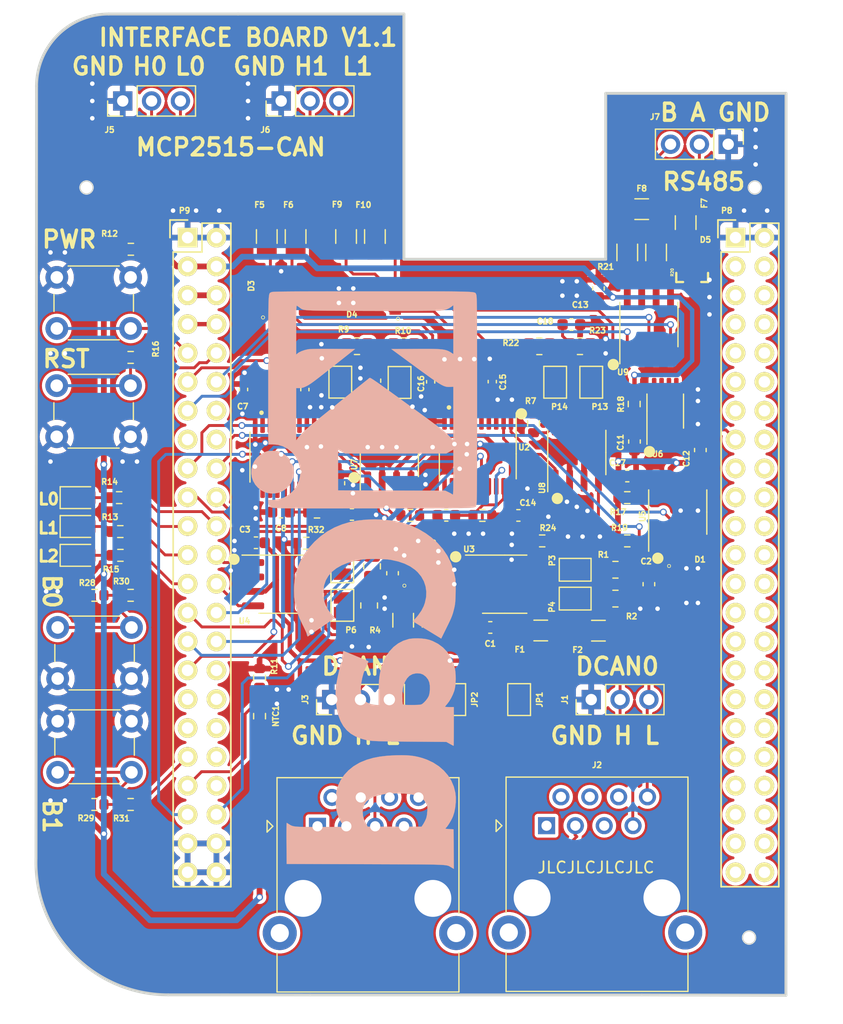
<source format=kicad_pcb>
(kicad_pcb (version 20221018) (generator pcbnew)
  (layers (0 "F.Cu" signal) (31 "B.Cu" signal) (34 "B.Paste" user) (35 "F.Paste" user) (36 "B.SilkS" user "B.Silkscreen") (37 "F.SilkS" user "F.Silkscreen") (38 "B.Mask" user) (39 "F.Mask" user) (44 "Edge.Cuts" user))
  (net 0 "")
  (net 1 "5V")
  (net 2 "GND")
  (net 3 "/CAN bus0/CAN_L")
  (net 4 "/CAN bus0/CAN_H")
  (net 5 "/CAN bus1/CAN_L")
  (net 6 "/CAN bus1/CAN_H")
  (net 7 "Net-(P3-Pad1)")
  (net 8 "Net-(P4-Pad2)")
  (net 9 "Net-(P5-Pad1)")
  (net 10 "Net-(P6-Pad2)")
  (net 11 "3V3")
  (net 12 "SYS_5V")
  (net 13 "Net-(P10-Pad1)")
  (net 14 "Net-(P11-Pad2)")
  (net 15 "/PWR_BUT")
  (net 16 "/SYS_RESETN")
  (net 17 "/I2C1_SCL")
  (net 18 "/I2C1_SDA")
  (net 19 "/DCAN0_RX")
  (net 20 "/DCAN0_TX")
  (net 21 "/DCAN1_RX")
  (net 22 "/SPI1_CS0")
  (net 23 "/SPI1_MISO")
  (net 24 "/SPI1_MOSI")
  (net 25 "/SPI1_SCK")
  (net 26 "/AN0")
  (net 27 "/GPIO0_20")
  (net 28 "/DCAN1_TX")
  (net 29 "/RS485/RS485_B")
  (net 30 "/RS485/RS485_A")
  (net 31 "/Standalone Can BUS/CAN_H0")
  (net 32 "/Standalone Can BUS/CAN_L0")
  (net 33 "/Standalone Can BUS/CAN_H1")
  (net 34 "/Standalone Can BUS/CAN_L1")
  (net 35 "/UART4_RX")
  (net 36 "/GPIO1_28")
  (net 37 "/UART4_TX")
  (net 38 "/Standalone Can BUS/CAN_~{INT1}")
  (net 39 "/SPI1_CS1")
  (net 40 "/GPIO1_17")
  (net 41 "/GPIO3_21")
  (net 42 "Net-(R28-Pad2)")
  (net 43 "Net-(R29-Pad2)")
  (net 44 "/GPIO0_3")
  (net 45 "/GPIO0_2")
  (net 46 "Net-(U2-OSC2)")
  (net 47 "Net-(U2-OSC1)")
  (net 48 "Net-(U2-~{RESET})")
  (net 49 "Net-(U1-~{RESET})")
  (net 50 "Net-(U1-OSC2)")
  (net 51 "Net-(U1-OSC1)")
  (net 64 "Net-(P8-Pin_15)")
  (net 99 "VCC-RTC")
  (net 101 "GNDA")
  (net 104 "Net-(P9-Pin_37)")
  (net 107 "Net-(P13-Pad1)")
  (net 108 "Net-(P14-Pad2)")
  (net 109 "Net-(U8-Rs)")
  (net 110 "Net-(U9-B)")
  (net 111 "Net-(U9-A)")
  (net 112 "Net-(U7-Rs)")
  (net 113 "Net-(U1-TXCAN)")
  (net 114 "Net-(U1-RXCAN)")
  (net 137 "Net-(U7-CANH)")
  (net 138 "Net-(U7-CANL)")
  (net 139 "Net-(U8-CANH)")
  (net 140 "Net-(U8-CANL)")
  (net 141 "Net-(D5-Pad1)")
  (net 142 "Net-(D5-Pad2)")
  (net 143 "Net-(D6-A)")
  (net 144 "Net-(D7-A)")
  (net 145 "Net-(D8-A)")
  (net 148 "Net-(JP1-B)")
  (net 155 "Net-(JP2-B)")
  (net 158 "Net-(U3-CANH)")
  (net 159 "Net-(U3-CANL)")
  (net 160 "Net-(U4-CANH)")
  (net 161 "Net-(U4-CANL)")
  (net 162 "Net-(U3-Rs)")
  (net 163 "Net-(U2-SO)")
  (net 164 "Net-(U4-Rs)")
  (net 165 "Net-(U2-TXCAN)")
  (net 166 "Net-(U2-RXCAN)")
  (net 167 "Net-(C2-Pad1)")
  (net 168 "Net-(C4-Pad1)")
  (net 169 "Net-(C10-Pad1)")
  (net 170 "Net-(C18-Pad1)")
  (footprint "Socket_BeagleBone_Black:Socket_BeagleBone_Black" (layer "F.Cu") (at 164.6301 62.3824)
    (fp_text reference "P8")
    (fp_text value "BeagleBone_Black_Header")
  )
  (footprint "Socket_BeagleBone_Black:Socket_BeagleBone_Black" (layer "F.Cu") (at 116.3701 62.3824)
    (fp_text reference "P9")
    (fp_text value "BeagleBone_Black_Header" hide)
  )
  (footprint "Connector_RJ:RJ45_Ninigi_GE" (layer "F.Cu") (at 147.984791 114.162328)
    (fp_text reference "J2")
    (fp_text value "RJ45 BBB-DCAN0")
  )
  (footprint "Capacitor_SMD:C_0402_1005Metric" (layer "F.Cu") (at 143.205946 75.064367 -90)
    (fp_text reference "C15")
    (fp_text value "10pF/50V")
  )
  (footprint "PESD2CAN_215:SOT95P230X110-3N" (layer "F.Cu") (at 160.1751 92.8974)
    (fp_text reference "D1")
    (fp_text value "PESD2CAN,215")
  )
  (footprint "Resistor_SMD:R_1206_3216Metric" (layer "F.Cu") (at 155.0951 63.6874 90)
    (fp_text reference "R21")
    (fp_text value "10R")
  )
  (footprint "Capacitor_SMD:C_0603_1608Metric" (layer "F.Cu") (at 143.0301 96.7074 180)
    (fp_text reference "C1")
    (fp_text value "100nF/50V")
  )
  (footprint "Jumper:SolderJumper-2_P1.3mm_Bridged_Pad1.0x1.5mm" (layer "F.Cu") (at 150.5051 91.6274 180)
    (fp_text reference "P3")
    (fp_text value "TERM")
  )
  (footprint "Jumper:SolderJumper-2_P1.3mm_Bridged_Pad1.0x1.5mm" (layer "F.Cu") (at 151.9201 75.1174 90)
    (fp_text reference "P14")
    (fp_text value "TERM")
  )
  (footprint "PESD2CAN_215:SOT95P230X110-3N" (layer "F.Cu") (at 133.5051 67.923543 180)
    (fp_text reference "D4")
    (fp_text value "PESD2CAN,215")
  )
  (footprint "Jumper:SolderJumper-2_P1.3mm_Bridged_Pad1.0x1.5mm" (layer "F.Cu") (at 129.994016 91.368234 -90)
    (fp_text reference "P5")
    (fp_text value "TERM")
  )
  (footprint "Package_SO:TSSOP-20_4.4x6.5mm_P0.65mm" (layer "F.Cu") (at 125.2501 81.707399 -90)
    (fp_text reference "U1")
    (fp_text value "MCP2515-xST")
  )
  (footprint "Resistor_SMD:R_0805_2012Metric" (layer "F.Cu") (at 132.616682 91.326317 -90)
    (fp_text reference "R3")
    (fp_text value "60R")
  )
  (footprint "Capacitor_SMD:C_0402_1005Metric" (layer "F.Cu") (at 126.700132 75.762169 -90)
    (fp_text reference "C6")
    (fp_text value "10pF/50V")
  )
  (footprint "Capacitor_SMD:C_0603_1608Metric" (layer "F.Cu") (at 155.7301 80.3374 -90)
    (fp_text reference "C11")
    (fp_text value "100nF/50V")
  )
  (footprint "Resistor_SMD:R_0603_1608Metric" (layer "F.Cu") (at 110.444692 88.265214 180)
    (fp_text reference "R13")
    (fp_text value "100R")
  )
  (footprint "Connector_PinHeader_2.54mm:PinHeader_1x03_P2.54mm_Vertical" (layer "F.Cu") (at 163.9851 54.1624 -90)
    (fp_text reference "J7")
    (fp_text value "Conn_RS485")
  )
  (footprint "Capacitor_SMD:C_0603_1608Metric" (layer "F.Cu") (at 124.594165 86.5474 180)
    (fp_text reference "C8")
    (fp_text value "100nF/50V")
  )
  (footprint "Resistor_SMD:R_1206_3216Metric" (layer "F.Cu") (at 157.6351 63.6874 90)
    (fp_text reference "R20")
    (fp_text value "10R")
  )
  (footprint "Capacitor_SMD:C_0603_1608Metric" (layer "F.Cu") (at 157.0001 92.8974 -90)
    (fp_text reference "C2")
    (fp_text value "100nF/50V")
  )
  (footprint "Connector_PinHeader_2.54mm:PinHeader_1x03_P2.54mm_Vertical" (layer "F.Cu") (at 151.9201 103.0574 90)
    (fp_text reference "J1")
    (fp_text value "Conn_DCAN0")
  )
  (footprint "Fuse:Fuse_1206_3216Metric" (layer "F.Cu") (at 147.4751 96.975356)
    (fp_text reference "F1")
    (fp_text value "Polyfuse_Small")
  )
  (footprint "Resistor_SMD:R_0603_1608Metric" (layer "F.Cu") (at 155.0951 89.0874)
    (fp_text reference "R19")
    (fp_text value "4k7")
  )
  (footprint "Resistor_SMD:R_0603_1608Metric" (layer "F.Cu") (at 155.0951 85.2774)
    (fp_text reference "R17")
    (fp_text value "4k7")
  )
  (footprint "Resistor_SMD:R_0603_1608Metric" (layer "F.Cu") (at 155.70488 77.034955 -90)
    (fp_text reference "R18")
    (fp_text value "4k7")
  )
  (footprint "Capacitor_SMD:C_0603_1608Metric" (layer "F.Cu") (at 122.38911 89.24929 180)
    (fp_text reference "C3")
    (fp_text value "100nF/50V")
  )
  (footprint "Jumper:SolderJumper-2_P1.3mm_Open_TrianglePad1.0x1.5mm" (layer "F.Cu") (at 139.8551 103.0574 -90)
    (fp_text reference "JP2")
    (fp_text value "J2_Open")
  )
  (footprint "Package_SO:MSOP-8_3x3mm_P0.65mm" (layer "F.Cu") (at 158.439047 77.6574 90)
    (fp_text reference "U6")
    (fp_text value "DS18B20U")
  )
  (footprint "Resistor_SMD:R_0603_1608Metric" (layer "F.Cu") (at 127.769165 86.5474)
    (fp_text reference "R5")
    (fp_text value "10k")
  )
  (footprint "Fuse:Fuse_1206_3216Metric" (layer "F.Cu") (at 132.8701 62.2874 90)
    (fp_text reference "F10")
    (fp_text value "Polyfuse_Small")
  )
  (footprint "Resistor_SMD:R_0603_1608Metric" (layer "F.Cu") (at 142.330902 86.841872)
    (fp_text reference "R6")
    (fp_text value "10k")
  )
  (footprint "Package_SO:TSSOP-20_4.4x6.5mm_P0.65mm" (layer "F.Cu") (at 141.927925 81.420547 -90)
    (fp_text reference "U2")
    (fp_text value "MCP2515-xST")
  )
  (footprint "Resistor_SMD:R_0603_1608Metric" (layer "F.Cu") (at 122.7101 101.1524 90)
    (fp_text reference "R11")
    (fp_text value "4k7")
  )
  (footprint "Package_SO:SOIC-8_3.9x4.9mm_P1.27mm" (layer "F.Cu") (at 124.6151 92.8974)
    (fp_text reference "U4")
    (fp_text value "SN65HVD230")
  )
  (footprint "Capacitor_SMD:C_0603_1608Metric" (layer "F.Cu") (at 152.5551 66.8624 90)
    (fp_text reference "C13")
    (fp_text value "100nF/50V")
  )
  (footprint "Fuse:Fuse_1206_3216Metric" (layer "F.Cu") (at 125.8851 62.2874 90)
    (fp_text reference "F6")
    (fp_text value "Polyfuse_Small")
  )
  (footprint "Resistor_SMD:R_0805_2012Metric" (layer "F.Cu") (at 154.0526 91.6274)
    (fp_text reference "R1")
    (fp_text value "60R")
  )
  (footprint "Jumper:SolderJumper-2_P1.3mm_Bridged_Pad1.0x1.5mm" (layer "F.Cu") (at 135.040367 75.136734 90)
    (fp_text reference "P11")
    (fp_text value "TERM")
  )
  (footprint "Resistor_SMD:R_0805_2012Metric" (layer "F.Cu") (at 131.291342 71.9424)
    (fp_text reference "R9")
    (fp_text value "60R")
  )
  (footprint "Jumper:SolderJumper-2_P1.3mm_Bridged_Pad1.0x1.5mm" (layer "F.Cu") (at 130.003725 94.756824 -90)
    (fp_text reference "P6")
    (fp_text value "TERM")
  )
  (footprint "Resistor_SMD:R_0603_1608Metric" (layer "F.Cu") (at 111.35711 72.931603)
    (fp_text reference "R16")
    (fp_text value "4k7")
  )
  (footprint "Diode_SMD:D_0805_2012Metric" (layer "F.Cu") (at 106.8351 87.8174)
    (fp_text reference "D6" hide)
    (fp_text value "LED")
  )
  (footprint "PESD2CAN_215:SOT95P230X110-3N" (layer "F.Cu") (at 137.065123 91.6274 90)
    (fp_text reference "D2")
    (fp_text value "PESD2CAN,215")
  )
  (footprint "Capacitor_SMD:C_0603_1608Metric" (layer "F.Cu") (at 145.505902 86.841872)
    (fp_text reference "C14")
    (fp_text value "100nF/50V")
  )
  (footprint "Resistor_SMD:R_0805_2012Metric" (layer "F.Cu") (at 150.9276 71.9424)
    (fp_text reference "R23")
    (fp_text value "60R")
  )
  (footprint "Fuse:Fuse_1206_3216Metric" (layer "F.Cu") (at 135.358698 96.0724 -90)
    (fp_text reference "F3")
    (fp_text value "Polyfuse_Small")
  )
  (footprint "Package_SO:SOIC-8_3.9x4.9mm_P1.27mm" (layer "F.Cu") (at 134.1401 81.4674 90)
    (fp_text reference "U7")
    (fp_text value "SN65HVD230")
  )
  (footprint "PESD2CAN_215:SOT95P230X110-3N" (layer "F.Cu") (at 124.6151 68.0124 90)
    (fp_text reference "D3")
    (fp_text value "PESD2CAN,215")
  )
  (footprint "Jumper:SolderJumper-2_P1.3mm_Bridged_Pad1.0x1.5mm" (layer "F.Cu") (at 150.5051 94.1674)
    (fp_text reference "P4")
    (fp_text value "TERM")
  )
  (footprint "Capacitor_SMD:C_0603_1608Metric" (layer "F.Cu") (at 155.0951 83.3724)
    (fp_text reference "C17")
    (fp_text value "100nF/50V")
  )
  (footprint "Jumper:SolderJumper-2_P1.3mm_Open_TrianglePad1.0x1.5mm" (layer "F.Cu") (at 145.5701 103.0574 -90)
    (fp_text reference "JP1")
    (fp_text value "J2_Open")
  )
  (footprint "Connector_RJ:RJ45_Ninigi_GE" (layer "F.Cu") (at 127.813541 114.212003)
    (fp_text reference "J4")
    (fp_text value "RJ45 BBB-DCAN1")
  )
  (footprint "Capacitor_SMD:C_0402_1005Metric" (layer "F.Cu") (at 121.300074 75.754726 90)
    (fp_text reference "C7")
    (fp_text value "10pF/50V")
  )
  (footprint "Package_SO:SOIC-8_3.9x4.9mm_P1.27mm" (layer "F.Cu") (at 144.3001 92.8974)
    (fp_text reference "U3")
    (fp_text value "SN65HVD230")
  )
  (footprint "Capacitor_SMD:C_0603_1608Metric" (layer "F.Cu") (at 150.171594 70.0374)
    (fp_text reference "C18")
    (fp_text value "100nF/50V")
  )
  (footprint "Capacitor_SMD:C_0603_1608Metric" (layer "F.Cu") (at 132.8701 74.9774 -90)
    (fp_text reference "C10")
    (fp_text value "100nF/50V")
  )
  (footprint "Resistor_SMD:R_0603_1608Metric" (layer "F.Cu") (at 147.6021 89.0874)
    (fp_text reference "R24")
    (fp_text value "10k")
  )
  (footprint "Button_Switch_THT:SW_PUSH_6mm" (layer "F.Cu") (at 111.3551 70.3824 180)
    (fp_text reference "Sw1" hide)
    (fp_text value "DTSM-31N")
  )
  (footprint "Connector_PinHeader_2.54mm:PinHeader_1x03_P2.54mm_Vertical" (layer "F.Cu") (at 110.6601 50.3524 90)
    (fp_text reference "J5")
    (fp_text value "Conn_MCP2515_CAN0")
  )
  (footprint "Resistor_SMD:R_0603_1608Metric" (layer "F.Cu") (at 110.3426 85.2774 180)
    (fp_text reference "R14")
    (fp_text value "100R")
  )
  (footprint "Connector_PinHeader_2.54mm:PinHeader_1x03_P2.54mm_Vertical" (layer "F.Cu") (at 124.6151 50.3524 90)
    (fp_text reference "J6")
    (fp_text value "Conn_MCP2515_CAN1")
  )
  (footprint "Fuse:Fuse_1206_3216Metric" (layer "F.Cu") (at 160.237544 61.062302 90)
    (fp_text reference "F7")
    (fp_text value "Polyfuse_Small")
  )
  (footprint "Diode_SMD:D_0805_2012Metric" (layer "F.Cu") (at 106.8351 90.3574)
    (fp_text reference "D8" hide)
    (fp_text value "LED")
  )
  (footprint "Capacitor_SMD:C_0603_1608Metric" (layer "F.Cu") (at 161.532821 81.088122 90)
    (fp_text reference "C12")
    (fp_text value "100nF/50V")
  )
  (footprint "Resistor_SMD:R_0603_1608Metric" (layer "F.Cu") (at 108.1801 93.8774)
    (fp_text reference "R28")
    (fp_text value "4k7")
  )
  (footprint "Resistor_SMD:R_0603_1608Metric" (layer "F.Cu") (at 108.1801 112.2924)
    (fp_text reference "R29")
    (fp_text value "4k7")
  )
  (footprint "Resistor_SMD:R_0603_1608Metric" (layer "F.Cu") (at 146.8401 78.7374 90)
    (fp_text reference "R7")
    (fp_text value "10k")
  )
  (footprint "Button_Switch_THT:SW_PUSH_6mm" (layer "F.Cu") (at 104.9301 96.7074)
    (fp_text reference "Sw3" hide)
    (fp_text value "DTSM-31N")
  )
  (footprint "Jumper:SolderJumper-2_P1.3mm_Bridged_Pad1.0x1.5mm" (layer "F.Cu") (at 148.7451 75.1174 -90)
    (fp_text reference "P13")
    (fp_text value "TERM")
  )
  (footprint "Connector_PinHeader_2.54mm:PinHeader_1x03_P2.54mm_Vertical" (layer "F.Cu") (at 129.0601 103.0574 90)
    (fp_text reference "J3")
    (fp_text value "Conn_DCAN1")
  )
  (footprint "Fuse:Fuse_1206_3216Metric" (layer "F.Cu") (at 156.3651 59.8774)
    (fp_text reference "F8")
    (fp_text value "Polyfuse_Small")
  )
  (footprint "Fuse:Fuse_1206_3216Metric" (layer "F.Cu") (at 152.5551 96.992103)
    (fp_text reference "F2")
    (fp_text value "Polyfuse_Small")
  )
  (footprint "Package_SO:SOIC-8_3.9x4.9mm_P1.27mm" (layer "F.Cu") (at 150.6501 81.3024 90)
    (fp_text reference "U8")
    (fp_text value "SN65HVD230")
  )
  (footprint "X322516MLB4SI:OSC_X322516MLB4SI" (layer "F.Cu") (at 123.9801 75.7524 90)
    (fp_text reference "Y1")
    (fp_text value "X322516MLB4SI")
  )
  (footprint "Package_SO:SOIC-8_3.9x4.9mm_P1.27mm" (layer "F.Cu") (at 157.0001 70.0374 90)
    (fp_text reference "U9")
    (fp_text value "SP3485EN")
  )
  (footprint "Resistor_SMD:R_0603_1608Metric" (layer "F.Cu") (at 111.3551 112.2924)
    (fp_text reference "R31")
    (fp_text value "100R")
  )
  (footprint "Resistor_SMD:R_0805_2012Metric" (layer "F.Cu") (at 135.4101 71.943931)
    (fp_text reference "R10")
    (fp_text value "60R")
  )
  (footprint "Button_Switch_THT:SW_PUSH_6mm" (layer "F.Cu") (at 104.845109 75.417299)
    (fp_text reference "Sw2" hide)
    (fp_text value "DTSM-31N")
  )
  (footprint "Diode_SMD:D_0805_2012Metric" (layer "F.Cu") (at 106.8351 85.2774)
    (fp_text reference "D7" hide)
    (fp_text value "LED")
  )
  (footprint "Resistor_SMD:R_0603_1608Metric" (layer "F.Cu") (at 122.7101 104.5174 -90)
    (fp_text reference "NTC1")
    (fp_text value "NTCS0603E3103FMT")
  )
  (footprint "Package_SO:SOIC-8_3.9x4.9mm_P1.27mm" (layer "F.Cu") (at 159.5401 86.5474 90)
    (fp_text reference "U5")
    (fp_text value "TCN75A")
  )
  (footprint "Resistor_SMD:R_0603_1608Metric" (layer "F.Cu") (at 110.4551 90.3574 180)
    (fp_text reference "R15")
    (fp_text value "100R")
  )
  (footprint "Resistor_SMD:R_0603_1608Metric" (layer "F.Cu") (at 130.423024 78.517511 90)
    (fp_text reference "R8")
    (fp_text value "10k")
  )
  (footprint "Resistor_SMD:R_0805_2012Metric" (layer "F.Cu") (at 154.0526 94.1674 180)
    (fp_text reference "R2")
    (fp_text value "60R")
  )
  (footprint "Button_Switch_THT:SW_PUSH_6mm" (layer "F.Cu") (at 111.4301 109.4624 180)
    (fp_text reference "Sw4" hide)
    (fp_text value "DTSM-31N")
  )
  (footprint "Fuse:Fuse_1206_3216Metric" (layer "F.Cu") (at 137.9501 96.0724 -90)
    (fp_text reference "F4")
    (fp_text value "Polyfuse_Small")
  )
  (footprint "Capacitor_SMD:C_0603_1608Metric" (layer "F.Cu") (at 139.155902 86.836145 180)
    (fp_text reference "C9")
    (fp_text value "100nF/50V")
  )
  (footprint "Capacitor_SMD:C_0603_1608Metric" (layer "F.Cu") (at 129.6951 84.0074 90)
    (fp_text reference "C19")
    (fp_text value "100nF/50V")
  )
  (footprint "Resistor_SMD:R_0805_2012Metric" (layer "F.Cu") (at 132.3621 94.772791 -90)
    (fp_text reference "R4")
    (fp_text value "60R")
  )
  (footprint "Capacitor_SMD:C_0603_1608Metric" (layer "F.Cu") (at 130.844641 86.757479)
    (fp_text reference "C5")
    (fp_text value "100nF/50V")
  )
  (footprint "Fuse:Fuse_1206_3216Metric" (layer "F.Cu") (at 130.3301 62.2874 90)
    (fp_text reference "F9")
    (fp_text value "Polyfuse_Small")
  )
  (footprint "Fuse:Fuse_1206_3216Metric" (layer "F.Cu") (at 123.3451 62.2874 90)
    (fp_text reference "F5")
    (fp_text value "Polyfuse_Small")
  )
  (footprint "Resistor_SMD:R_0603_1608Metric" (layer "F.Cu") (at 135.980902 86.841872)
    (fp_text reference "R27")
    (fp_text value "100R")
  )
  (footprint "Resistor_SMD:R_0805_2012Metric" (layer "F.Cu") (at 147.350802 71.950193)
    (fp_text reference "R22")
    (fp_text value "60R")
  )
  (footprint "Resistor_SMD:R_0603_1608Metric" (layer "F.Cu") (at 126.827132 89.291158 180)
    (fp_text reference "R32")
    (fp_text value "10k")
  )
  (footprint "Resistor_SMD:R_0603_1608Metric" (layer "F.Cu") (at 111.37577 63.411065)
    (fp_text reference "R12")
    (fp_text value "4k7")
  )
  (footprint "Capacitor_SMD:C_0603_1608Metric" (layer "F.Cu") (at 134.422012 91.934641 90)
    (fp_text reference "C4")
    (fp_text value "100nF/50V")
  )
  (footprint "Capacitor_SMD:C_0402_1005Metric" (layer "F.Cu") (at 137.779836 75.081114 90)
    (fp_text reference "C16")
    (fp_text value "10pF/50V")
  )
  (footprint "PSM712:SOT23-3" (layer "F.Cu") (at 160.8101 65.5924 180)
    (fp_text reference "D5")
    (fp_text value "PSM712")
  )
  (footprint "Jumper:SolderJumper-2_P1.3mm_Bridged_Pad1.0x1.5mm" (layer "F.Cu") (at 129.8221 75.109625 -90)
    (fp_text reference "P10")
    (fp_text value "TERM")
  )
  (footprint "X322516MLB4SI:OSC_X322516MLB4SI" (layer "F.Cu") (at 140.4901 75.2874 90)
    (fp_text reference "Y2")
    (fp_text value "X322516MLB4SI")
  )
  (footprint "Resistor_SMD:R_0603_1608Metric" (layer "F.Cu") (at 111.3551 93.8774)
    (fp_text reference "R30")
    (fp_text value "100R")
  )
  (footprint "Symbols:KiCad-Logo_20mm_SilkScreen" (layer "B.Cu") (at 131.8541 92.5164 -90)
    (fp_text reference "REF**" hide)
    (fp_text value "KiCad-Logo_20mm_SilkScreen" hide)
  )
  (gr_circle (center 157.054978 81.229381) (end 157.054979 81.229381) (stroke (width 0.5)) (fill none) (layer "F.SilkS"))
  (gr_circle (center 148.93781 85.349624) (end 148.937811 85.349624) (stroke (width 0.5)) (fill none) (layer "F.SilkS"))
  (gr_circle (center 153.865152 73.558592) (end 153.865153 73.558592) (stroke (width 0.5)) (fill none) (layer "F.SilkS"))
  (gr_circle (center 145.773659 77.897096) (end 145.77366 77.897096) (stroke (width 0.5)) (fill none) (layer "F.SilkS"))
  (gr_circle (center 157.783968 90.61372) (end 157.783969 90.61372) (stroke (width 0.5)) (fill none) (layer "F.SilkS"))
  (gr_circle (center 129.053378 79.18497) (end 129.053379 79.18497) (stroke (width 0.5)) (fill none) (layer "F.SilkS"))
  (gr_circle (center 139.9821 90.4844) (end 139.982101 90.4844) (stroke (width 0.5)) (fill none) (layer "F.SilkS"))
  (gr_circle (center 131.047742 83.512226) (end 131.047743 83.512226) (stroke (width 0.5)) (fill none) (layer "F.SilkS"))
  (gr_circle (center 120.45795 90.700126) (end 120.457951 90.700126) (stroke (width 0.5)) (fill none) (layer "F.SilkS"))
  (gr_circle locked (center 107.4701 57.9724) (end 108.0461 57.9724) (stroke (width 0.12)) (fill none) (layer "Edge.Cuts"))
  (gr_circle locked (center 166.3301 57.9724) (end 166.9061 57.9724) (stroke (width 0.12)) (fill none) (layer "Edge.Cuts"))
  (gr_line (start 135.4201 42.6974) (end 120.8151 42.6974) (stroke (width 0.254)) (layer "Edge.Cuts"))
  (gr_line (start 169.0651 129.0924) (end 169.0751 116.3574) (stroke (width 0.254)) (layer "Edge.Cuts"))
  (gr_line (start 114.6631 129.052692) (end 127.1651 129.0574) (stroke (width 0.254)) (layer "Edge.Cuts"))
  (gr_line (start 153.2001 64.2874) (end 135.4201 64.2874) (stroke (width 0.254)) (layer "Edge.Cuts"))
  (gr_line (start 156.3751 129.0574) (end 169.0651 129.0924) (stroke (width 0.254)) (layer "Edge.Cuts"))
  (gr_line (start 169.0751 116.3574) (end 169.0751 49.6824) (stroke (width 0.254)) (layer "Edge.Cuts"))
  (gr_line (start 153.2001 49.6824) (end 153.2001 64.2874) (stroke (width 0.254)) (layer "Edge.Cuts"))
  (gr_line (start 169.0751 49.6824) (end 153.2001 49.6824) (stroke (width 0.254)) (layer "Edge.Cuts"))
  (gr_line (start 109.420227 42.697401) (end 120.8151 42.6974) (stroke (width 0.254)) (layer "Edge.Cuts"))
  (gr_arc (start 103.070228 49.0474) (mid 104.9301 44.557272) (end 109.420227 42.697401) (stroke (width 0.254)) (layer "Edge.Cuts"))
  (gr_circle locked (center 165.8221 124.0124) (end 166.3981 124.0124) (stroke (width 0.12)) (fill none) (layer "Edge.Cuts"))
  (gr_line (start 127.1651 129.0574) (end 156.3751 129.0574) (stroke (width 0.254)) (layer "Edge.Cuts"))
  (gr_arc (start 114.6631 129.052692) (mid 106.295743 125.50633) (end 103.025101 117.0274) (stroke (width 0.254)) (layer "Edge.Cuts"))
  (gr_line (start 103.070228 49.0474) (end 103.0251 117.0274) (stroke (width 0.254)) (layer "Edge.Cuts"))
  (gr_line (start 135.4201 64.2874) (end 135.4201 42.6974) (stroke (width 0.254)) (layer "Edge.Cuts"))
  (gr_text "JLCJLCJLCJLC" (at 147.0941 118.4244) (layer "F.SilkS") (effects (font (size 1 1)) (justify left bottom)))
  (gr_text "GND" (at 108.4861 47.3044) (layer "F.SilkS") (effects (font (size 1.5 1.5) (thickness 0.3))))
  (gr_text "B" (at 158.7781 51.3684) (layer "F.SilkS") (effects (font (size 1.5 1.5) (thickness 0.3))))
  (gr_text "RS485" (at 161.8261 57.4644) (layer "F.SilkS") (effects (font (size 1.5 1.5) (thickness 0.3))))
  (gr_text "A" (at 161.3181 51.3684) (layer "F.SilkS") (effects (font (size 1.5 1.5) (thickness 0.3))))
  (gr_text "L" (at 157.2541 106.2324) (layer "F.SilkS") (effects (font (size 1.5 1.5) (thickness 0.3))))
  (gr_text "L1" (at 104.123839 87.956487) (layer "F.SilkS") (effects (font (size 1 1) (thickness 0.25))))
  (gr_text "H1" (at 127.2821 47.3044) (layer "F.SilkS") (effects (font (size 1.5 1.5) (thickness 0.3))))
  (gr_text "GND" (at 122.7101 47.3044) (layer "F.SilkS") (effects (font (size 1.5 1.5) (thickness 0.3))))
  (gr_text "GND" (at 150.6501 106.2324) (layer "F.SilkS") (effects (font (size 1.5 1.5) (thickness 0.3))))
  (gr_text "H" (at 131.8541 106.2324) (layer "F.SilkS") (effects (font (size 1.5 1.5) (thickness 0.3))))
  (gr_text "L0" (at 116.6141 47.3044) (layer "F.SilkS") (effects (font (size 1.5 1.5) (thickness 0.3))))
  (gr_text "MCP2515-CAN" (at 120.1701 54.4164) (layer "F.SilkS") (effects (font (size 1.5 1.5) (thickness 0.3))))
  (gr_text "L2" (at 104.123839 90.429205) (layer "F.SilkS") (effects (font (size 1 1) (thickness 0.25))))
  (gr_text "L1" (at 131.3461 47.3044) (layer "F.SilkS") (effects (font (size 1.5 1.5) (thickness 0.3))))
  (gr_text "INTERFACE BOARD V1.1" (at 121.6941 44.7644) (layer "F.SilkS") (effects (font (size 1.5 1.5) (thickness 0.3))))
  (gr_text "RST" (at 105.681165 73.064489) (layer "F.SilkS") (effects (font (size 1.5 1.5) (thickness 0.3))))
  (gr_text "B1" (at 104.4221 113.3444 270) (layer "F.SilkS") (effects (font (size 1.5 1.5) (thickness 0.3))))
  (gr_text "GND" (at 127.7901 106.2324) (layer "F.SilkS") (effects (font (size 1.5 1.5) (thickness 0.3))))
  (gr_text "PWR" (at 105.9461 62.5444) (layer "F.SilkS") (effects (font (size 1.5 1.5) (thickness 0.3))))
  (gr_text "B0" (at 104.4221 93.5324 270) (layer "F.SilkS") (effects (font (size 1.5 1.5) (thickness 0.3))))
  (gr_text "H0" (at 113.0581 47.3044) (layer "F.SilkS") (effects (font (size 1.5 1.5) (thickness 0.3))))
  (gr_text "L" (at 134.3941 106.2324) (layer "F.SilkS") (effects (font (size 1.5 1.5) (thickness 0.3))))
  (gr_text "DCAN1" (at 131.8541 100.1364) (layer "F.SilkS") (effects (font (size 1.5 1.5) (thickness 0.3))))
  (gr_text "H" (at 154.7141 106.2324) (layer "F.SilkS") (effects (font (size 1.5 1.5) (thickness 0.3))))
  (gr_text "DCAN0" (at 154.2061 100.1364) (layer "F.SilkS") (effects (font (size 1.5 1.5) (thickness 0.3))))
  (gr_text "GND" (at 165.3821 51.3684) (layer "F.SilkS") (effects (font (size 1.5 1.5) (thickness 0.3))))
  (gr_text "L0" (at 104.134878 85.4044) (layer "F.SilkS") (effects (font (size 1 1) (thickness 0.25))))
  (segment (start 116.3701 67.4624) (end 118.9101 67.4624) (width 0.508) (layer "F.Cu") (net 1))
  (segment (start 123.2181 80.453232) (end 122.481962 80.453232) (width 0.381) (layer "F.Cu") (net 2))
  (segment (start 122.3251 78.844899) (end 122.3251 78.4154) (width 0.381) (layer "F.Cu") (net 2))
  (segment (start 139.226386 74.601114) (end 139.3901 74.4374) (width 0.254) (layer "F.Cu") (net 2))
  (segment (start 138.380902 87.025851) (end 139.807451 88.4524) (width 0.508) (layer "F.Cu") (net 2))
  (segment (start 122.507774 75.274726) (end 122.8801 74.9024) (width 0.254) (layer "F.Cu") (net 2))
  (segment (start 121.300074 75.274726) (end 122.507774 75.274726) (width 0.254) (layer "F.Cu") (net 2))
  (segment (start 126.339901 76.6024) (end 126.700132 76.242169) (width 0.254) (layer "F.Cu") (net 2))
  (segment (start 122.3251 80.590742) (end 122.334776 80.600418) (width 0.381) (layer "F.Cu") (net 2))
  (segment (start 142.760006 75.990306) (end 143.422264 76.652564) (width 0.508) (layer "F.Cu") (net 2))
  (segment (start 122.3251 78.4154) (end 122.2021 78.2924) (width 0.381) (layer "F.Cu") (net 2))
  (segment (start 121.593377 78.2924) (end 121.194717 77.89374) (width 0.381) (layer "F.Cu") (net 2))
  (segment (start 142.760006 75.990306) (end 143.205946 75.544367) (width 0.508) (layer "F.Cu") (net 2))
  (segment (start 141.5901 76.1374) (end 142.612913 76.1374) (width 0.508) (layer "F.Cu") (net 2))
  (segment (start 122.3251 78.844899) (end 122.3251 80.590742) (width 0.381) (layer "F.Cu") (net 2))
  (segment (start 125.0801 76.6024) (end 126.439232 76.6024) (width 0.254) (layer "F.Cu") (net 2))
  (segment (start 143.422264 76.652564) (end 143.680451 76.652564) (width 0.508) (layer "F.Cu") (net 2))
  (segment (start 139.807451 88.4524) (end 139.8551 88.4524) (width 0.508) (layer "F.Cu") (net 2))
  (segment (start 138.380902 86.836145) (end 138.380902 87.025851) (width 0.508) (layer "F.Cu") (net 2))
  (segment (start 121.489088 74.390723) (end 122.368423 74.390723) (width 0.508) (layer "F.Cu") (net 2))
  (segment (start 122.368423 74.390723) (end 122.8801 74.9024) (width 0.508) (layer "F.Cu") (net 2))
  (segment (start 122.2021 78.2924) (end 121.593377 78.2924) (width 0.381) (layer "F.Cu") (net 2))
  (segment (start 125.0801 76.6024) (end 126.339901 76.6024) (width 0.254) (layer "F.Cu") (net 2))
  (segment (start 150.650099 85.912401) (end 150.6501 85.9124) (width 0.381) (layer "F.Cu") (net 2))
  (segment (start 126.439232 76.6024) (end 127.1551 77.318268) (width 0.254) (layer "F.Cu") (net 2))
  (segment (start 122.481962 80.453232) (end 122.334776 80.600418) (width 0.381) (layer "F.Cu") (net 2))
  (segment (start 142.612913 76.1374) (end 142.760006 75.990306) (width 0.508) (layer "F.Cu") (net 2))
  (via (at 149.781705 85.640106) (size 0.6) (drill 0.4) (layers "F.Cu" "B.Cu") (net 2))
  (via (at 166.3981 52.8924) (size 0.6) (drill 0.4) (layers "F.Cu" "B.Cu") (net 2))
  (via (at 142.3951 88.4524) (size 0.6) (drill 0.4) (layers "F.Cu" "B.Cu") (net 2))
  (via (at 122.334776 80.600418) (size 0.6) (drill 0.4) (layers "F.Cu" "B.Cu") (net 2))
  (via (at 146.300766 84.47734) (size 0.6) (drill 0.4) (layers "F.Cu" "B.Cu") (net 2))
  (via (at 162.3341 66.1004) (size 0.6) (drill 0.4) (layers "F.Cu" "B.Cu") (net 2))
  (via (at 150.6501 66.2274) (size 0.6) (drill 0.4) (layers "F.Cu" "B.Cu") (net 2))
  (via (at 152.6821 88.707941) (size 0.6) (drill 0.4) (layers "F.Cu" "B.Cu") (net 2))
  (via (at 121.6941 50.3524) (size 0.6) (drill 0.4) (layers "F.Cu" "B.Cu") (net 2))
  (via (at 133.5051 80.8324) (size 0.6) (drill 0.4) (layers "F.Cu" "B.Cu") (net 2))
  (via (at 139.8551 88.4524) (size 0.6) (drill 0.4) (layers "F.Cu" "B.Cu") (net 2))
  (via (at 153.1901 71.3074) (size 0.6) (drill 0.4) (layers "F.Cu" "B.Cu") (net 2))
  (via (at 149.3801 67.4974) (size 0.6) (drill 0.4) (layers "F.Cu" "B.Cu") (net 2))
  (via (at 117.1221 60.0044) (size 0.6) (drill 0.4) (layers "F.Cu" "B.Cu") (net 2))
  (via (at 121.1861 82.8644) (size 0.6) (drill 0.4) (layers "F.Cu" "B.Cu") (net 2))
  (via (at 167.4141 60.0044) (size 0.6) (drill 0.4) (layers "F.Cu" "B.Cu") (net 2))
  (via (at 110.6451 82.1024) (size 0.6) (drill 0.4) (layers "F.Cu" "B.Cu") (net 2))
  (via (at 148.143745 86.958466) (size 0.6) (drill 0.4) (layers "F.Cu" "B.Cu") (net 2))
  (via (at 138.4581 89.9764) (size 0.6) (drill 0.4) (layers "F.Cu" "B.Cu") (net 2))
  (via (at 120.170309 91.699729) (size 0.6) (drill 0.4) (layers "F.Cu" "B.Cu") (net 2))
  (via (at 138.992454 73.102032) (size 0.6) (drill 0.4) (layers "F.Cu" "B.Cu") (net 2))
  (via (at 161.3181 76.7684) (size 0.6) (drill 0.4) (layers "F.Cu" "B.Cu") (net 2))
  (via (at 161.3181 91.5004) (size 0.6) (drill 0.4) (layers "F.Cu" "B.Cu") (net 2))
  (via (at 140.361542 73.076911) (size 0.6) (drill 0.4) (layers "F.Cu" "B.Cu") (net 2))
  (via (at 136.6801 89.0874) (size 0.6) (drill 0.4) (layers "F.Cu" "B.Cu") (net 2))
  (via (at 151.592087 86.442268) (size 0.6) (drill 0.4) (layers "F.Cu" "B.Cu") (net 2))
  (via (at 144.918283 89.434681) (size 0.6) (drill 0.4) (layers "F.Cu" "B.Cu") (net 2))
  (via (at 144.905662 90.741135) (size 0.6) (drill 0.4) (layers "F.Cu" "B.Cu") (net 2))
  (via (at 139.8551 92.8974) (size 0.6) (drill 0.4) (layers "F.Cu" "B.Cu") (net 2))
  (via (at 139.873606 80.557494) (size 0.6) (drill 0.4) (layers "F.Cu" "B.Cu") (net 2))
  (via (at 121.6941 48.8284) (size 0.6) (drill 0.4) (layers "F.Cu" "B.Cu") (net 2))
  (via (at 127.1551 77.318268) (size 0.6) (drill 0.4) (layers "F.Cu" "B.Cu") (net 2))
  (via (at 120.490406 89.9122) (size 0.6) (drill 0.4) (layers "F.Cu" "B.Cu") (net 2))
  (via (at 166.3981 55.9404) (size 0.6) (drill 0.4) (layers "F.Cu" "B.Cu") (net 2))
  (via (at 104.2951 72.5774) (size 0.6) (drill 0.4) (layers "F.Cu" "B.Cu") (net 2))
  (via (at 121.387253 74.283207) (size 0.6) (drill 0.4) (layers "F.Cu" "B.Cu") (net 2))
  (via (at 141.1251 88.4524) (size 0.6) (drill 0.4) (layers "F.Cu" "B.Cu") (net 2))
  (via (at 161.3181 94.5484) (size 0.6) (drill 0.4) (layers "F.Cu" "B.Cu") (net 2))
  (via (at 142.131885 80.560791) (size 0.6) (drill 0.4) (layers "F.Cu" "B.Cu") (net 2))
  (via (at 151.1581 88.707941) (size 0.6) (drill 0.4) (layers "F.Cu" "B.Cu") (net 2))
  (via (at 127.2821 96.0724) (size 0.6) (drill 0.4) (layers "F.Cu" "B.Cu") (net 2))
  (via (at 105.5651 63.6874) (size 0.6) (drill 0.4) (layers "F.Cu" "B.Cu") (net 2))
  (via (at 129.6951 68.1324) (size 0.6) (drill 0.4) (layers "F.Cu" "B.Cu") (net 2))
  (via (at 138.4581 90.9924) (size 0.6) (drill 0.4) (layers "F.Cu" "B.Cu") (net 2))
  (via (at 161.3181 86.4204) (size 0.6) (drill 0.4) (layers "F.Cu" "B.Cu") (net 2))
  (via (at 160.3021 94.5484) (size 0.6) (drill 0.4) (layers "F.Cu" "B.Cu") (net 2))
  (via (at 128.159935 76.268773) (size 0.6) (drill 0.4) (layers "F.Cu" "B.Cu") (net 2))
  (via (at 161.3181 78.8004) (size 0.6) (drill 0.4) (layers "F.Cu" "B.Cu") (net 2))
  (via (at 157.7621 95.0564) (size 0.6) (drill 0.4) (layers "F.Cu" "B.Cu") (net 2))
  (via (at 143.680451 76.652564) (size 0.6) (drill 0.4) (layers "F.Cu" "B.Cu") (net 2))
  (via (at 156.2381 95.0564) (size 0.6) (drill 0.4) (layers "F.Cu" "B.Cu") (net 2))
  (via (at 135.447106 90.364408) (size 0.6) (drill 0.4) (layers "F.Cu" "B.Cu") (net 2))
  (via (at 149.3801 66.2274) (size 0.6) (drill 0.4) (layers "F.Cu" "B.Cu") (net 2))
  (via (at 144.9351 88.4524) (size 0.6) (drill 0.4) (layers "F.Cu" "B.Cu") (net 2))
  (via (at 133.724615 94.069627) (size 0.6) (drill 0.4) (layers "F.Cu" "B.Cu") (net 2))
  (via (at 165.3821 60.0044) (size 0.6) (drill 0.4) (layers "F.Cu" "B.Cu") (net 2))
  (via (at 149.872825 88.707941) (size 0.6) (drill 0.4) (layers "F.Cu" "B.Cu") (net 2))
  (via (at 128.193429 73.010037) (size 0.6) (drill 0.4) (layers "F.Cu" "B.Cu") (net 2))
  (via (at 119.1541 60.0044) (size 0.6) (drill 0.4) (layers "F.Cu" "B.Cu") (net 2))
  (via (at 104.2951 111.9474) (size 0.6) (drill 0.4) (layers "F.Cu" "B.Cu") (net 2))
  (via (at 107.9781 50.3524) (size 0.6) (drill 0.4) (layers "F.Cu" "B.Cu") (net 2))
  (via (at 161.3181 75.7524) (size 0.6) (drill 0.4) (layers "F.Cu" "B.Cu") (net 2))
  (via (at 130.9651 66.8624) (size 0.6) (drill 0.4) (layers "F.Cu" "B.Cu") (net 2))
  (via (at 122.29798 82.543268) (size 0.6) (drill 0.4) (layers "F.Cu" "B.Cu") (net 2))
  (via (at 150.650099 86.089022) (size 0.6) (drill 0.4) (layers "F.Cu" "B.Cu") (net 2))
  (via (at 142.984716 73.054015) (size 0.6) (drill 0.4) (layers "F.Cu" "B.Cu") (net 2))
  (via (at 141.615628 73.079136) (size 0.6) (drill 0.4) (layers "F.Cu" "B.Cu") (net 2))
  (via (at 144.9351 76.652564) (size 0.6) (drill 0.4) (layers "F.Cu" "B.Cu") (net 2))
  (via (at 130.943792 84.170209) (size 0.6) (drill 0.4) (layers "F.Cu" "B.Cu") (net 2))
  (via (at 139.8551 91.6274) (size 0.6) (drill 0.4) (layers "F.Cu" "B.Cu") (net 2))
  (via (at 132.2351 80.8324) (size 0.6) (drill 0.4) (layers "F.Cu" "B.Cu") (net 2))
  (via (at 123.2181 80.453232) (size 0.6) (drill 0.4) (layers "F.Cu" "B.Cu") (net 2))
  (via (at 104.2951 82.1024) (size 0.6) (drill 0.4) (layers "F.Cu" "B.Cu") (net 2))
  (via (at 107.9781 51.8764) (size 0.6) (drill 0.4) (layers "F.Cu" "B.Cu") (net 2))
  (via (at 130.849348 98.380582) (size 0.6) (drill 0.4) (layers "F.Cu" "B.Cu") (net 2))
  (via (at 129.6951 66.8624) (size 0.6) (drill 0.4) (layers "F.Cu" "B.Cu") (net 2))
  (via (at 107.9781 48.8284) (size 0.6) (drill 0.4) (layers "F.Cu" "B.Cu") (net 2))
  (via (at 136.938167 76.369594) (size 0.6) (drill 0.4) (layers "F.Cu" "B.Cu") (net 2))
  (via (at 122.369387 87.125103) (size 0.6) (drill 0.4) (layers "F.Cu" "B.Cu") (net 2))
  (via (at 136.177708 77.267426) (size 0.6) (drill 0.4) (layers "F.Cu" "B.Cu") (net 2))
  (via (at 131.59468 73.844501) (size 0.6) (drill 0.4) (layers "F.Cu" "B.Cu") (net 2))
  (via (at 159.7941 86.4204) (size 0.6) (drill 0.4) (layers "F.Cu" "B.Cu") (net 2))
  (via (at 150.6501 67.4974) (size 0.6) (drill 0.4) (layers "F.Cu" "B.Cu") (net 2))
  (via (at 134.716084 89.805102) (size 0.6) (drill 0.4) (layers "F.Cu" "B.Cu") (net 2))
  (via (at 133.701069 87.08934) (size 0.6) (drill 0.4) (layers "F.Cu" "B.Cu") (net 2))
  (via (at 104.9301 93.5324) (size 0.6) (drill 0.4) (layers "F.Cu" "B.Cu") (net 2))
  (via (at 137.257069 77.57161) (size 0.6) (drill 0.4) (layers "F.Cu" "B.Cu") (net 2))
  (via (at 105.5651 111.9474) (size 0.6) (drill 0.4) (layers "F.Cu" "B.Cu") (net 2))
  (via (at 115.0901 60.0044) (size 0.6) (drill 0.4) (layers "F.Cu" "B.Cu") (net 2))
  (via (at 124.871796 88.955331) (size 0.6) (drill 0.4) (layers "F.Cu" "B.Cu") (net 2))
  (via (at 137.3151 83.276103) (size 0.6) (drill 0.4) (layers "F.Cu" "B.Cu") (net 2))
  (via (at 162.3341 67.6244) (size 0.6) (drill 0.4) (layers "F.Cu" "B.Cu") (net 2))
  (via (at 121.6941 51.8764) (size 0.6) (drill 0.4) (layers "F.Cu" "B.Cu") (net 2))
  (via (at 111.9151 82.1024) (size 0.6) (drill 0.4) (layers "F.Cu" "B.Cu") (net 2))
  (via (at 127.2821 97.0884) (size 0.6) (drill 0.4) (layers "F.Cu" "B.Cu") (net 2))
  (via (at 137.324869 84.096718) (size 0.6) (drill 0.4) (layers "F.Cu" "B.Cu") (net 2))
  (via (at 105.5651 72.5774) (size 0.6) (drill 0.4) (layers "F.Cu" "B.Cu") (net 2))
  (via (at 130.9651 68.1324) (size 0.6) (drill 0.4) (layers "F.Cu" "B.Cu") (net 2))
  (via (at 166.3981 54.4164) (size 0.6) (drill 0.4) (layers "F.Cu" "B.Cu") (net 2))
  (via (at 128.155748 71.766553) (size 0.6) (drill 0.4) (layers "F.Cu" "B.Cu") (net 2))
  (via (at 128.143187 77.318268) (size 0.6) (drill 0.4) (layers "F.Cu" "B.Cu") (net 2))
  (via (at 132.323044 98.430257) (size 0.6) (drill 0.4) (layers "F.Cu" "B.Cu") (net 2))
  (via (at 131.588138 74.779947) (size 0.6) (drill 0.4) (layers "F.Cu" "B.Cu") (net 2))
  (via (at 124.609517 65.345378) (size 0.6) (drill 0.4) (layers "F.Cu" "B.Cu") (net 2))
  (via (at 129.108946 77.329432) (size 0.6) (drill 0.4) (layers "F.Cu" "B.Cu") (net 2))
  (via (at 132.976165 86.790235) (size 0.6) (drill 0.4) (layers "F.Cu" "B.Cu") (net 2))
  (via (at 120.500218 89.092867) (size 0.6) (drill 0.4) (layers "F.Cu" "B.Cu") (net 2))
  (via (at 153.1901 72.5774) (size 0.6) (drill 0.4) (layers "F.Cu" "B.Cu") (net 2))
  (via (at 124.2341 102.1684) (size 0.6) (drill 0.4) (layers "F.Cu" "B.Cu") (net 2))
  (via (at 160.3021 91.5004) (size 0.6) (drill 0.4) (layers "F.Cu" "B.Cu") (net 2))
  (via (at 104.2951 63.6874) (size 0.6) (drill 0.4) (layers "F.Cu" "B.Cu") (net 2))
  (via (at 122.369387 86.168397) (size 0.6) (drill 0.4) (layers "F.Cu" "B.Cu") (net 2))
  (via (at 121.194717 77.89374) (size 0.6) (drill 0.4) (layers "F.Cu" "B.Cu") (net 2))
  (via (at 124.2341 103.427466) (size 0.6) (drill 0.4) (layers "F.Cu" "B.Cu") (net 2))
  (via (at 103.9141 93.5324) (size 0.6) (drill 0.4) (layers "F.Cu" "B.Cu") (net 2))
  (via (at 125.272597 102.1684) (size 0.6) (drill 0.4) (layers "F.Cu" "B.Cu") (net 2))
  (via (at 162.3341 69.1484) (size 0.6) (drill 0.4) (layers "F.Cu" "B.Cu") (net 2))
  (via (at 133.724615 95.0564) (size 0.6) (drill 0.4) (layers "F.Cu" "B.Cu") (net 2))
  (via (at 130.929074 84.891419) (size 0.6) (drill 0.4) (layers "F.Cu" "B.Cu") (net 2))
  (via (at 134.7751 80.8324) (size 0.6) (drill 0.4) (layers "F.Cu" "B.Cu") (net 2))
  (via (at 140.985292 80.556594) (size 0.6) (drill 0.4) (layers "F.Cu" "B.Cu") (net 2))
  (segment (start 133.8861 87.4364) (end 137.3151 84.0074) (width 0.381) (layer "B.Cu") (net 2))
  (segment (start 132.976165 86.790235) (end 133.239935 86.790235) (width 0.381) (layer "B.Cu") (net 2))
  (segment (start 137.3151 84.0074) (end 137.3151 83.276103) (width 0.381) (layer "B.Cu") (net 2))
  (segment (start 133.239935 86.790235) (end 133.8861 87.4364) (width 0.381) (layer "B.Cu") (net 2))
  (segment (start 156.8501 111.9474) (end 156.8501 103.2074) (width 0.254) (layer "F.Cu") (net 3))
  (segment (start 157.0001 100.037103) (end 153.9551 96.992103) (width 0.254) (layer "F.Cu") (net 3))
  (segment (start 156.8501 103.2074) (end 157.0001 103.0574) (width 0.254) (layer "F.Cu") (net 3))
  (segment (start 157.0001 103.0574) (end 157.0001 100.037103) (width 0.254) (layer "F.Cu") (net 3))
  (segment (start 154.4601 104.9624) (end 154.4601 103.0574) (width 0.254) (layer "F.Cu") (net 4))
  (segment (start 148.8751 98.1074) (end 148.8751 96.975356) (width 0.254) (layer "F.Cu") (net 4))
  (segment (start 152.5551 99.2474) (end 150.0151 99.2474) (width 0.254) (layer "F.Cu") (net 4))
  (segment (start 154.4601 101.1524) (end 152.5551 99.2474) (width 0.254) (layer "F.Cu") (net 4))
  (segment (start 154.4601 103.0574) (end 154.4601 101.1524) (width 0.254) (layer "F.Cu") (net 4))
  (segment (start 150.0151 99.2474) (end 148.8751 98.1074) (width 0.254) (layer "F.Cu") (net 4))
  (segment (start 155.5801 114.4874) (end 155.5801 106.0824) (width 0.254) (layer "F.Cu") (net 4))
  (segment (start 155.5801 106.0824) (end 154.4601 104.9624) (width 0.254) (layer "F.Cu") (net 4))
  (segment (start 134.1401 104.9624) (end 134.1401 103.0574) (width 0.254) (layer "F.Cu") (net 5))
  (segment (start 132.8701 106.2324) (end 134.1401 104.9624) (width 0.254) (layer "F.Cu") (net 5))
  (segment (start 132.8701 114.4874) (end 132.8701 106.2324) (width 0.254) (layer "F.Cu") (net 5))
  (segment (start 137.9501 98.218131) (end 134.1401 102.028131) (width 0.254) (layer "F.Cu") (net 5))
  (segment (start 134.1401 102.028131) (end 134.1401 103.0574) (width 0.254) (layer "F.Cu") (net 5))
  (segment (start 137.9501 97.9774) (end 137.9501 98.218131) (width 0.254) (layer "F.Cu") (net 5))
  (segment (start 131.6001 102.047965) (end 131.6001 103.0574) (width 0.254) (layer "F.Cu") (net 6))
  (segment (start 135.358698 98.289367) (end 131.6001 102.047965) (width 0.254) (layer "F.Cu") (net 6))
  (segment (start 131.6001 111.9474) (end 131.6001 103.0574) (width 0.254) (layer "F.Cu") (net 6))
  (segment (start 135.358698 98.028802) (end 135.358698 98.289367) (width 0.254) (layer "F.Cu") (net 6))
  (segment (start 153.1401 91.6274) (end 151.1551 91.6274) (width 0.254) (layer "F.Cu") (net 7))
  (segment (start 151.1551 94.1674) (end 153.1401 94.1674) (width 0.254) (layer "F.Cu") (net 8))
  (segment (start 132.312265 90.718234) (end 132.616682 90.413817) (width 0.254) (layer "F.Cu") (net 9))
  (segment (start 129.994016 90.718234) (end 132.312265 90.718234) (width 0.254) (layer "F.Cu") (net 9))
  (segment (start 132.347924 95.406824) (end 132.626391 95.685291) (width 0.254) (layer "F.Cu") (net 10))
  (segment (start 130.003725 95.406824) (end 132.347924 95.406824) (width 0.254) (layer "F.Cu") (net 10))
  (segment (start 110.53211 72.931603) (end 109.221303 72.931603) (width 0.508) (layer "F.Cu") (net 11))
  (segment (start 113.5661 62.0364) (end 111.0261 62.0364) (width 0.508) (layer "F.Cu") (net 11))
  (segment (start 151.2851 82.1024) (end 151.2851 83.7774) (width 0.508) (layer "F.Cu") (net 11))
  (segment (start 107.3551 93.6474) (end 108.9941 92.0084) (width 0.508) (layer "F.Cu") (net 11))
  (segment (start 132.587972 85.750076) (end 129.965026 85.750076) (width 0.381) (layer "F.Cu") (net 11))
  (segment (start 143.950581 92.611919) (end 143.950581 86.841872) (width 0.381) (layer "F.Cu") (net 11))
  (segment (start 116.3701 64.9224) (end 118.9101 64.9224) (width 0.508) (layer "F.Cu") (net 11))
  (segment (start 129.965026 85.750076) (end 129.6951 85.48015) (width 0.381) (layer "F.Cu") (net 11))
  (segment (start 143.8051 96.7074) (end 143.8051 94.3074) (width 0.381) (layer "F.Cu") (net 11))
  (segment (start 155.882325 76.3874) (end 155.70488 76.209955) (width 0.254) (layer "F.Cu") (net 11))
  (segment (start 152.5551 67.6374) (end 155.0201 67.6374) (width 0.381) (layer "F.Cu") (net 11))
  (segment (start 129.6951 85.48015) (end 129.6951 86.5474) (width 0.381) (layer "F.Cu") (net 11))
  (segment (start 132.863343 85.474705) (end 132.587972 85.750076) (width 0.381) (layer "F.Cu") (net 11))
  (segment (start 124.2341 95.319237) (end 125.371318 96.456455) (width 0.381) (layer "F.Cu") (net 11))
  (segment (start 155.0201 67.6374) (end 155.0951 67.5624) (width 0.381) (layer "F.Cu") (net 11))
  (segment (start 143.8051 96.7074) (end 140.8841 99.6284) (width 0.381) (layer "F.Cu") (net 11))
  (segment (start 129.8221 99.6284) (end 126.2661 99.6284) (width 0.381) (layer "F.Cu") (net 11))
  (segment (start 134.7751 85.2774) (end 134.577795 85.474705) (width 0.381) (layer "F.Cu") (net 11))
  (segment (start 157.464047 75.923453) (end 157.0001 76.3874) (width 0.254) (layer "F.Cu") (net 11))
  (segment (start 109.651435 63.411065) (end 110.55077 63.411065) (width 0.508) (layer "F.Cu") (net 11))
  (segment (start 142.539641 79.827371) (end 137.685129 79.827371) (width 0.381) (layer "F.Cu") (net 11))
  (segment (start 108.9941 73.2124) (end 108.9941 82.3564) (width 0.508) (layer "F.Cu") (net 11))
  (segment (start 144.852925 86.719849) (end 144.730902 86.841872) (width 0.381) (layer "F.Cu") (net 11))
  (segment (start 134.7751 83.9424) (end 134.7751 85.2774) (width 0.381) (layer "F.Cu") (net 11))
  (segment (start 107.3551 112.2924) (end 107.3551 113.2294) (width 0.508) (layer "F.Cu") (net 11))
  (segment (start 154.3201 77.1624) (end 154.3201 79.5624) (width 0.508) (layer "F.Cu") (net 11))
  (segment (start 154.2701 85.2774) (end 154.2701 87.9444) (width 0.508) (layer "F.Cu") (net 11))
  (segment (start 109.221303 72.931603) (end 108.9941 72.7044) (width 0.508) (layer "F.Cu") (net 11))
  (segment (start 155.7301 74.4824) (end 155.7301 76.184735) (width 0.381) (layer "F.Cu") (net 11))
  (segment (start 129.6951 86.5474) (end 130.169165 86.5474) (width 0.508) (layer "F.Cu") (net 11))
  (segment (start 125.371318 96.456455) (end 125.371318 98.733618) (width 0.381) (layer "F.Cu") (net 11))
  (segment (start 110.5181 62.5444) (end 110.55077 62.57707) (width 0.508) (layer "F.Cu") (net 11))
  (segment (start 126.2661 99.6284) (end 126.2661 103.1844) (width 0.381) (layer "F.Cu") (net 11))
  (segment (start 143.950581 86.841872) (end 144.730902 86.841872) (width 0.508) (layer "F.Cu") (net 11))
  (segment (start 125.371318 98.733618) (end 126.2661 99.6284) (width 0.381) (layer "F.Cu") (net 11))
  (segment (start 114.318424 62.788724) (end 113.5661 62.0364) (width 0.508) (layer "F.Cu") (net 11))
  (segment (start 154.3201 81.4674) (end 154.3201 82.074713) (width 0.508) (layer "F.Cu") (net 11))
  (segment (start 124.2341 92.5164) (end 123.2181 93.5324) (width 0.381) (layer "F.Cu") (net 11))
  (segment (start 123.16411 89.24929) (end 123.16411 89.41441) (width 0.381) (layer "F.Cu") (net 11))
  (segment (start 154.3201 81.4674) (end 151.9201 81.4674) (width 0.508) (layer "F.Cu") (net 11))
  (segment (start 111.0261 62.0364) (end 110.5181 62.5444) (width 0.508) (layer "F.Cu") (net 11))
  (segment (start 154.3201 85.2274) (end 154.2701 85.2774) (width 0.508) (layer "F.Cu") (net 11))
  (segment (start 157.0001 76.3874) (end 155.882325 76.3874) (width 0.254) (layer "F.Cu") (net 11))
  (segment (start 144.852925 82.140655) (end 142.539641 79.827371) (width 0.381) (layer "F.Cu") (net 11))
  (segment (start 155.7301 76.184735) (end 155.70488 76.209955) (width 0.381) (layer "F.Cu") (net 11))
  (segment (start 161.17732 82.218623) (end 161.532821 81.863122) (width 0.508) (layer "F.Cu") (net 11))
  (segment (start 128.1751 86.128335) (end 128.594165 86.5474) (width 0.381) (layer "F.Cu") (net 11))
  (segment (start 126.2661 103.1844) (end 124.1081 105.3424) (width 0.381) (layer "F.Cu") (net 11))
  (segment (start 110.55077 62.57707) (end 110.55077 63.411065) (width 0.508) (layer "F.Cu") (net 11))
  (segment (start 143.0301 93.5324) (end 141.8251 93.5324) (width 0.381) (layer "F.Cu") (net 11))
  (segment (start 129.6951 84.7824) (end 129.6951 85.48015) (width 0.381) (layer "F.Cu") (net 11))
  (segment (start 140.8841 99.6284) (end 139.4741 99.6284) (width 0.381) (layer "F.Cu") (net 11))
  (segment (start 123.16411 89.41441) (end 124.2341 90.4844) (width 0.381) (layer "F.Cu") (net 11))
  (segment (start 145.83343 87.9444) (end 154.2701 87.9444) (width 0.381) (layer "F.Cu") (net 11))
  (segment (start 155.70488 76.209955) (end 155.272545 76.209955) (width 0.508) (layer "F.Cu") (net 11))
  (segment (start 107.3551 93.8774) (end 107.3551 93.6474) (width 0.508) (layer "F.Cu") (net 11))
  (segment (start 154.3201 79.5624) (end 154.3201 81.4674) (width 0.508) (layer "F.Cu") (net 11))
  (segment (start 123.2181 93.5324) (end 122.1401 93.5324) (width 0.381) (layer "F.Cu") (net 11))
  (segment (start 151.9201 81.4674) (end 151.2851 82.1024) (width 0.508) (layer "F.Cu") (net 11))
  (segment (start 134.577795 85.474705) (end 132.863343 85.474705) (width 0.381) (layer "F.Cu") (net 11))
  (segment (start 144.852925 84.283047) (end 144.852925 82.140655) (width 0.381) (layer "F.Cu") (net 11))
  (segment (start 114.318424 63.804724) (end 114.318424 62.788724) (width 0.508) (layer "F.Cu") (net 11))
  (segment (start 144.730902 86.841872) (end 145.83343 87.9444) (width 0.381) (layer "F.Cu") (net 11))
  (segment (start 143.0301 93.5324) (end 143.950581 92.611919) (width 0.381) (layer "F.Cu") (net 11))
  (segment (start 159.2861 82.3564) (end 159.423877 82.218623) (width 0.508) (layer "F.Cu") (net 11))
  (segment (start 158.9051 84.0724) (end 157.6351 84.0724) (width 0.508) (layer "F.Cu") (net 11))
  (segment (start 158.9051 84.0724) (end 158.9051 82.7374) (width 0.508) (layer "F.Cu") (net 11))
  (segment (start 154.3201 83.3724) (end 154.3201 82.074713) (width 0.508) (layer "F.Cu") (net 11))
  (segment (start 128.1751 84.569899) (end 128.1751 86.128335) (width 0.381) (layer "F.Cu") (net 11))
  (segment (start 134.7751 82.7374) (end 134.7751 83.9424) (width 0.381) (layer "F.Cu") (net 11))
  (segment (start 107.3551 113.2294) (end 108.9941 114.8684) (width 0.508) (layer "F.Cu") (net 11))
  (segment (start 108.9941 72.7044) (end 108.9941 64.0684) (width 0.508) (layer "F.Cu") (net 11))
  (segment (start 137.685129 79.827371) (end 134.7751 82.7374) (width 0.381) (layer "F.Cu") (net 11))
  (segment (start 154.2701 87.9444) (end 154.2701 89.0874) (width 0.508) (layer "F.Cu") (net 11))
  (segment (start 159.423877 82.218623) (end 161.17732 82.218623) (width 0.508) (layer "F.Cu") (net 11))
  (segment (start 124.2341 92.5164) (end 124.2341 95.319237) (width 0.381) (layer "F.Cu") (net 11))
  (segment (start 122.7101 120.4564) (end 122.7101 105.3424) (width 0.508) (layer "F.Cu") (net 11))
  (segment (start 154.3201 83.3724) (end 154.3201 85.2274) (width 0.508) (layer "F.Cu") (net 11))
  (segment (start 109.221303 72.931603) (end 109.221303 72.985197) (width 0.508) (layer "F.Cu") (net 11))
  (segment (start 108.9941 64.0684) (end 109.651435 63.411065) (width 0.508) (layer "F.Cu") (net 11))
  (segment (start 116.3701 64.9224) (end 115.4361 64.9224) (width 0.508) (layer "F.Cu") (net 11))
  (segment (start 109.221303 72.985197) (end 108.9941 73.2124) (width 0.508) (layer "F.Cu") (net 11))
  (segment (start 144.852925 84.283047) (end 144.852925 86.719849) (width 0.381) (layer "F.Cu") (net 11))
  (segment (start 128.594165 86.5474) (end 129.6951 86.5474) (width 0.508) (layer "F.Cu") (net 11))
  (segment (start 124.2341 90.4844) (end 124.2341 92.5164) (width 0.381) (layer "F.Cu") (net 11))
  (segment (start 157.464047 75.5449) (end 157.464047 75.923453) (width 0.254) (layer "F.Cu") (net 11))
  (segment (start 155.272545 76.209955) (end 154.3201 77.1624) (width 0.508) (layer "F.Cu") (net 11))
  (segment (start 143.8051 94.3074) (end 143.0301 93.5324) (width 0.381) (layer "F.Cu") (net 11))
  (segment (start 115.4361 64.9224) (end 114.318424 63.804724) (width 0.508) (layer "F.Cu") (net 11))
  (segment (start 155.7301 79.5624) (end 154.3201 79.5624) (width 0.508) (layer "F.Cu") (net 11))
  (segment (start 143.155902 86.841872) (end 143.950581 86.841872) (width 0.508) (layer "F.Cu") (net 11))
  (segment (start 158.9051 82.7374) (end 159.2861 82.3564) (width 0.508) (layer "F.Cu") (net 11))
  (segment (start 124.1081 105.3424) (end 122.7101 105.3424) (width 0.381) (layer "F.Cu") (net 11))
  (via (at 139.4741 99.6284) (size 0.6) (drill 0.4) (layers "F.Cu" "B.Cu") (net 11))
  (via (at 153.8251 67.6374) (size 0.6) (drill 0.4) (layers "F.Cu" "B.Cu") (net 11))
  (via (at 108.9941 92.0084) (size 0.6) (drill 0.4) (layers "F.Cu" "B.Cu") (net 11))
  (via (at 129.8221 99.6284) (size 0.6) (drill 0.4) (layers "F.Cu" "B.Cu") (net 11))
  (via (at 159.423877 82.218623) (size 0.6) (drill 0.4) (layers "F.Cu" "B.Cu") (net 11))
  (via (at 122.7101 120.4564) (size 0.6) (drill 0.4) (layers "F.Cu" "B.Cu") (net 11))
  (via (at 108.9941 82.3564) (size 0.6) (drill 0.4) (layers "F.Cu" "B.Cu") (net 11))
  (via (at 155.7301 74.4824) (size 0.6) (drill 0.4) (layers "F.Cu" "B.Cu") (net 11))
  (via (at 108.9941 114.8684) (size 0.6) (drill 0.4) (layers "F.Cu" "B.Cu") (net 11))
  (via (at 154.3201 82.074713) (size 0.6) (drill 0.4) (layers "F.Cu" "B.Cu") (net 11))
  (segment (start 118.9101 64.9224) (end 120.3321 64.9224) (width 0.508) (layer "B.Cu") (net 11))
  (segment (start 154.3201 82.074713) (end 159.279967 82.074713) (width 0.508) (layer "B.Cu") (net 11))
  (segment (start 159.6801 67.6374) (end 160.8101 68.7674) (width 0.381) (layer "B.Cu") (net 11))
  (segment (start 127.7901 65.0844) (end 151.2721 65.0844) (width 0.508) (layer "B.Cu") (net 11))
  (segment (start 139.4741 99.6284) (end 129.8221 99.6284) (width 0.381) (layer "B.Cu") (net 11))
  (segment (start 108.9941 92.0084) (end 108.9941 114.8684) (width 0.508) (layer "B.Cu") (net 11))
  (segment (start 160.8101 73.2124) (end 159.5401 74.4824) (width 0.381) (layer "B.Cu") (net 11))
  (segment (start 108.9941 114.8684) (end 108.9941 118.4244) (width 0.508) (layer "B.Cu") (net 11))
  (segment (start 108.9941 118.4244) (end 113.0581 122.4884) (width 0.508) (layer "B.Cu") (net 11))
  (segment (start 160.8101 68.7674) (end 160.8101 73.2124) (width 0.381) (layer "B.Cu") (net 11))
  (segment (start 120.6781 122.4884) (end 122.7101 120.4564) (width 0.508) (layer "B.Cu") (net 11))
  (segment (start 151.2721 65.0844) (end 153.8251 67.6374) (width 0.508) (layer "B.Cu") (net 11))
  (segment (start 153.8251 67.6374) (end 159.6801 67.6374) (width 0.381) (layer "B.Cu") (net 11))
  (segment (start 159.279967 82.074713) (end 159.423877 82.218623) (width 0.508) (layer "B.Cu") (net 11))
  (segment (start 159.5401 74.4824) (end 155.7301 74.4824) (width 0.381) (layer "B.Cu") (net 11))
  (segment (start 121.1861 64.0684) (end 126.7741 64.0684) (width 0.508) (layer "B.Cu") (net 11))
  (segment (start 113.0581 122.4884) (end 120.6781 122.4884) (width 0.508) (layer "B.Cu") (net 11))
  (segment (start 126.7741 64.0684) (end 127.7901 65.0844) (width 0.508) (layer "B.Cu") (net 11))
  (segment (start 120.3321 64.9224) (end 121.1861 64.0684) (width 0.508) (layer "B.Cu") (net 11))
  (segment (start 108.9941 82.3564) (end 108.9941 92.0084) (width 0.508) (layer "B.Cu") (net 11))
  (segment (start 116.3701 70.0024) (end 118.9101 70.0024) (width 0.381) (layer "F.Cu") (net 12))
  (segment (start 130.322325 74.459625) (end 130.3301 74.4674) (width 0.254) (layer "F.Cu") (net 13))
  (segment (start 130.3301 74.4674) (end 130.3301 71.991142) (width 0.254) (layer "F.Cu") (net 13))
  (segment (start 130.3301 71.991142) (end 130.378842 71.9424) (width 0.254) (layer "F.Cu") (net 13))
  (segment (start 129.8221 74.459625) (end 130.322325 74.459625) (width 0.254) (layer "F.Cu") (net 13))
  (segment (start 136.0451 72.221431) (end 136.3226 71.943931) (width 0.254) (layer "F.Cu") (net 14))
  (segment (start 136.0451 73.482001) (end 136.0451 72.221431) (width 0.254) (layer "F.Cu") (net 14))
  (segment (start 135.040367 74.486734) (end 136.0451 73.482001) (width 0.254) (layer "F.Cu") (net 14))
  (segment (start 113.1851 70.3824) (end 113.1851 63.6874) (width 0.25) (layer "F.Cu") (net 15))
  (segment (start 113.1851 63.6874) (end 112.908765 63.411065) (width 0.25) (layer "F.Cu") (net 15))
  (segment (start 114.2101 70.3824) (end 116.3701 72.5424) (width 0.25) (layer "F.Cu") (net 15))
  (segment (start 111.3551 70.3824) (end 114.2101 70.3824) (width 0.25) (layer "F.Cu") (net 15))
  (segment (start 112.908765 63.411065) (end 112.20077 63.411065) (width 0.25) (layer "F.Cu") (net 15))
  (segment (start 111.3551 70.3824) (end 113.1851 70.3824) (width 0.25) (layer "F.Cu") (net 15))
  (segment (start 104.8551 70.3824) (end 111.3551 70.3824) (width 0.254) (layer "B.Cu") (net 15))
  (segment (start 118.0591 73.3934) (end 117.417047 73.3934) (width 0.254) (layer "F.Cu") (net 16))
  (segment (start 111.345109 75.417299) (end 111.345109 73.768604) (width 0.25) (layer "F.Cu") (net 16))
  (segment (start 111.345109 73.768604) (end 112.18211 72.931603) (width 0.25) (layer "F.Cu") (net 16))
  (segment (start 113.8201 73.8474) (end 113.1851 73.2124) (width 0.254) (layer "F.Cu") (net 16))
  (segment (start 113.1851 73.2124) (end 112.462907 73.2124) (width 0.254) (layer "F.Cu") (net 16))
  (segment (start 118.9101 72.5424) (end 118.0591 73.3934) (width 0.254) (layer "F.Cu") (net 16))
  (segment (start 117.417047 73.3934) (end 116.963048 73.8474) (width 0.254) (layer "F.Cu") (net 16))
  (segment (start 112.462907 73.2124) (end 112.18211 72.931603) (width 0.254) (layer "F.Cu") (net 16))
  (segment (start 116.963048 73.8474) (end 113.8201 73.8474) (width 0.254) (layer "F.Cu") (net 16))
  (segment (start 104.845109 75.417299) (end 111.345109 75.417299) (width 0.254) (layer "B.Cu") (net 16))
  (segment (start 121.151209 78.9274) (end 118.2651 78.9274) (width 0.254) (layer "F.Cu") (net 17))
  (segment (start 117.6301 81.4674) (end 117.6051 81.4674) (width 0.254) (layer "F.Cu") (net 17))
  (segment (start 158.2701 86.5474) (end 158.9051 87.1824) (width 0.254) (layer "F.Cu") (net 17))
  (segment (start 117.6051 81.4674) (end 116.3701 82.7024) (width 0.254) (layer "F.Cu") (net 17))
  (segment (start 118.2651 78.9274) (end 117.6301 79.5624) (width 0.254) (layer "F.Cu") (net 17))
  (segment (start 117.6301 79.5624) (end 117.6301 81.4674) (width 0.254) (layer "F.Cu") (net 17))
  (segment (start 157.0001 86.5474) (end 158.2701 86.5474) (width 0.254) (layer "F.Cu") (net 17))
  (segment (start 155.9201 85.2774) (end 155.9201 85.4674) (width 0.254) (layer "F.Cu") (net 17))
  (segment (start 158.9051 89.0224) (end 158.9051 87.1824) (width 0.254) (layer "F.Cu") (net 17))
  (segment (start 155.9201 85.4674) (end 157.0001 86.5474) (width 0.254) (layer "F.Cu") (net 17))
  (via (at 158.2701 86.5474) (size 0.6) (drill 0.4) (layers "F.Cu" "B.Cu") (net 17))
  (via (at 121.151209 78.9274) (size 0.6) (drill 0.4) (layers "F.Cu" "B.Cu") (net 17))
  (segment (start 146.8401 78.9274) (end 154.4601 86.5474) (width 0.254) (layer "B.Cu") (net 17))
  (segment (start 121.151209 78.9274) (end 146.8401 78.9274) (width 0.254) (layer "B.Cu") (net 17))
  (segment (start 154.4601 86.5474) (end 158.2701 86.5474) (width 0.254) (layer "B.Cu") (net 17))
  (segment (start 156.148781 88.858719) (end 155.9201 89.0874) (width 0.254) (layer "F.Cu") (net 18))
  (segment (start 157.5701 89.0874) (end 157.6351 89.0224) (width 0.254) (layer "F.Cu") (net 18))
  (segment (start 155.9201 89.0874) (end 157.5701 89.0874) (width 0.254) (layer "F.Cu") (net 18))
  (segment (start 118.9101 82.7024) (end 120.1701 81.4424) (width 0.254) (layer "F.Cu") (net 18))
  (segment (start 156.148781 87.82996) (end 156.148781 88.858719) (width 0.254) (layer "F.Cu") (net 18))
  (segment (start 120.1701 80.138784) (end 120.510627 79.798257) (width 0.254) (layer "F.Cu") (net 18))
  (segment (start 120.510627 79.798257) (end 121.174935 79.798257) (width 0.254) (layer "F.Cu") (net 18))
  (segment (start 120.1701 81.4424) (end 120.1701 80.1974) (width 0.254) (layer "F.Cu") (net 18))
  (segment (start 120.1701 80.1974) (end 120.1701 80.138784) (width 0.254) (layer "F.Cu") (net 18))
  (via (at 121.174935 79.798257) (size 0.6) (drill 0.4) (layers "F.Cu" "B.Cu") (net 18))
  (via (at 156.148781 87.82996) (size 0.6) (drill 0.4) (layers "F.Cu" "B.Cu") (net 18))
  (segment (start 154.4601 87.8174) (end 156.136221 87.8174) (width 0.254) (layer "B.Cu") (net 18))
  (segment (start 121.174935 79.798257) (end 146.440957 79.798257) (width 0.254) (layer "B.Cu") (net 18))
  (segment (start 156.136221 87.8174) (end 156.148781 87.82996) (width 0.254) (layer "B.Cu") (net 18))
  (segment (start 146.440957 79.798257) (end 154.4601 87.8174) (width 0.254) (layer "B.Cu") (net 18))
  (segment (start 137.731344 88.257443) (end 139.2201 89.746199) (width 0.254) (layer "F.Cu") (net 19))
  (segment (start 116.3701 85.2424) (end 117.226337 85.2424) (width 0.254) (layer "F.Cu") (net 19))
  (segment (start 119.54021 86.5474) (end 121.250253 88.257443) (width 0.254) (layer "F.Cu") (net 19))
  (segment (start 121.250253 88.257443) (end 137.731344 88.257443) (width 0.254) (layer "F.Cu") (net 19))
  (segment (start 118.531337 86.5474) (end 119.54021 86.5474) (width 0.254) (layer "F.Cu") (net 19))
  (segment (start 117.226337 85.2424) (end 118.531337 86.5474) (width 0.254) (layer "F.Cu") (net 19))
  (segment (start 139.2201 89.746199) (end 139.2201 93.5324) (width 0.254) (layer "F.Cu") (net 19))
  (segment (start 139.2201 93.5324) (end 140.4901 94.8024) (width 0.254) (layer "F.Cu") (net 19))
  (segment (start 140.4901 94.8024) (end 141.8251 94.8024) (width 0.254) (layer "F.Cu") (net 19))
  (segment (start 137.936143 87.803443) (end 141.1251 90.9924) (width 0.254) (layer "F.Cu") (net 20))
  (segment (start 141.1251 90.9924) (end 141.8251 90.9924) (width 0.254) (layer "F.Cu") (net 20))
  (segment (start 118.9101 85.2424) (end 121.471143 87.803443) (width 0.254) (layer "F.Cu") (net 20))
  (segment (start 121.471143 87.803443) (end 137.936143 87.803443) (width 0.254) (layer "F.Cu") (net 20))
  (segment (start 119.5351 90.9924) (end 119.5351 90.9474) (width 0.254) (layer "F.Cu") (net 21))
  (segment (start 119.5351 90.9474) (end 118.9101 90.3224) (width 0.254) (layer "F.Cu") (net 21))
  (segment (start 122.1401 90.9924) (end 119.5351 90.9924) (width 0.254) (layer "F.Cu") (net 21))
  (segment (start 126.880165 80.832399) (end 126.880165 84.564834) (width 0.254) (layer "F.Cu") (net 22))
  (segment (start 126.880165 84.564834) (end 126.8751 84.569899) (width 0.254) (layer "F.Cu") (net 22))
  (via (at 126.880165 80.832399) (size 0.6) (drill 0.4) (layers "F.Cu" "B.Cu") (net 22))
  (segment (start 123.3451 81.4674) (end 123.980101 80.832399) (width 0.254) (layer "B.Cu") (net 22))
  (segment (start 123.3451 92.8974) (end 123.3451 81.4674) (width 0.254) (layer "B.Cu") (net 22))
  (segment (start 118.9101 95.4024) (end 120.8401 95.4024) (width 0.254) (layer "B.Cu") (net 22))
  (segment (start 123.980101 80.832399) (end 126.880165 80.832399) (width 0.254) (layer "B.Cu") (net 22))
  (segment (start 120.8401 95.4024) (end 123.3451 92.8974) (width 0.254) (layer "B.Cu") (net 22))
  (segment (start 133.8861 86.165205) (end 134.562767 86.841872) (width 0.254) (layer "F.Cu") (net 23))
  (segment (start 126.210149 84.554948) (end 126.2251 84.569899) (width 0.254) (layer "F.Cu") (net 23))
  (segment (start 126.210149 82.999773) (end 126.210149 84.554948) (width 0.254) (layer "F.Cu") (net 23))
  (segment (start 134.562767 86.841872) (end 135.155902 86.841872) (width 0.254) (layer "F.Cu") (net 23))
  (via (at 126.210149 82.999773) (size 0.6) (drill 0.4) (layers "F.Cu" "B.Cu") (net 23))
  (via (at 133.8861 86.165205) (size 0.6) (drill 0.4) (layers "F.Cu" "B.Cu") (net 23))
  (segment (start 132.3621 83.3724) (end 131.09276 83.3724) (width 0.254) (layer "B.Cu") (net 23))
  (segment (start 124.765825 99.15529) (end 117.58299 99.15529) (width 0.254) (layer "B.Cu") (net 23))
  (segment (start 117.58299 99.15529) (end 116.3701 97.9424) (width 0.254) (layer "B.Cu") (net 23))
  (segment (start 126.210149 82.999773) (end 126.210149 97.710966) (width 0.254) (layer "B.Cu") (net 23))
  (segment (start 133.8861 86.165205) (end 133.8861 84.8964) (width 0.254) (layer "B.Cu") (net 23))
  (segment (start 131.09276 83.3724) (end 130.720133 82.999773) (width 0.254) (layer "B.Cu") (net 23))
  (segment (start 133.8861 84.8964) (end 132.3621 83.3724) (width 0.254) (layer "B.Cu") (net 23))
  (segment (start 130.720133 82.999773) (end 126.210149 82.999773) (width 0.254) (layer "B.Cu") (net 23))
  (segment (start 126.210149 97.710966) (end 124.765825 99.15529) (width 0.254) (layer "B.Cu") (net 23))
  (segment (start 142.252925 81.722763) (end 142.252925 84.283047) (width 0.254) (layer "F.Cu") (net 24))
  (segment (start 125.575275 82.110774) (end 125.575275 84.569724) (width 0.254) (layer "F.Cu") (net 24))
  (segment (start 125.583649 82.1024) (end 125.575275 82.110774) (width 0.254) (layer "F.Cu") (net 24))
  (segment (start 125.575275 84.569724) (end 125.5751 84.569899) (width 0.254) (layer "F.Cu") (net 24))
  (segment (start 142.156798 81.626636) (end 142.252925 81.722763) (width 0.254) (layer "F.Cu") (net 24))
  (via (at 125.583649 82.1024) (size 0.6) (drill 0.4) (layers "F.Cu" "B.Cu") (net 24))
  (via (at 142.156798 81.626636) (size 0.6) (drill 0.4) (layers "F.Cu" "B.Cu") (net 24))
  (segment (start 125.583649 96.994196) (end 124.635445 97.9424) (width 0.254) (layer "B.Cu") (net 24))
  (segment (start 125.583649 82.1024) (end 125.583649 96.994196) (width 0.254) (layer "B.Cu") (net 24))
  (segment (start 136.506095 82.7374) (end 131.099813 82.7374) (width 0.254) (layer "B.Cu") (net 24))
  (segment (start 124.635445 97.9424) (end 118.9101 97.9424) (width 0.254) (layer "B.Cu") (net 24))
  (segment (start 130.464813 82.1024) (end 125.583649 82.1024) (width 0.254) (layer "B.Cu") (net 24))
  (segment (start 142.156798 81.626636) (end 141.684756 82.098678) (width 0.254) (layer "B.Cu") (net 24))
  (segment (start 141.684756 82.098678) (end 137.144817 82.098678) (width 0.254) (layer "B.Cu") (net 24))
  (segment (start 137.144817 82.098678) (end 136.506095 82.7374) (width 0.254) (layer "B.Cu") (net 24))
  (segment (start 131.099813 82.7374) (end 130.464813 82.1024) (width 0.254) (layer "B.Cu") (net 24))
  (segment (start 140.957627 84.278345) (end 140.952925 84.283047) (width 0.254) (layer "F.Cu") (net 25))
  (segment (start 140.957627 81.459956) (end 140.957627 84.278345) (width 0.254) (layer "F.Cu") (net 25))
  (segment (start 124.278061 84.566938) (end 124.2751 84.569899) (width 0.254) (layer "F.Cu") (net 25))
  (segment (start 123.968956 97.0884) (end 123.968956 97.353544) (width 0.254) (layer "F.Cu") (net 25))
  (segment (start 124.6151 81.4674) (end 124.278061 81.804439) (width 0.254) (layer "F.Cu") (net 25))
  (segment (start 122.0751 99.2474) (end 117.6051 99.2474) (width 0.254) (layer "F.Cu") (net 25))
  (segment (start 117.6051 99.2474) (end 116.3701 100.4824) (width 0.254) (layer "F.Cu") (net 25))
  (segment (start 123.968956 97.353544) (end 122.0751 99.2474) (width 0.254) (layer "F.Cu") (net 25))
  (segment (start 124.278061 81.804439) (end 124.278061 84.566938) (width 0.254) (layer "F.Cu") (net 25))
  (via (at 123.968956 97.0884) (size 0.6) (drill 0.4) (layers "F.Cu" "B.Cu") (net 25))
  (via (at 124.6151 81.4674) (size 0.6) (drill 0.4) (layers "F.Cu" "B.Cu") (net 25))
  (via (at 140.957627 81.459956) (size 0.6) (drill 0.4) (layers "F.Cu" "B.Cu") (net 25))
  (segment (start 130.479865 81.4754) (end 131.106865 82.1024) (width 0.254) (layer "B.Cu") (net 25))
  (segment (start 136.499043 82.1024) (end 137.141487 81.459956) (width 0.254) (layer "B.Cu") (net 25))
  (segment (start 124.6231 81.4754) (end 130.479865 81.4754) (width 0.254) (layer "B.Cu") (net 25))
  (segment (start 123.968956 82.113544) (end 124.6151 81.4674) (width 0.254) (layer "B.Cu") (net 25))
  (segment (start 124.6151 81.4674) (end 124.6231 81.4754) (width 0.254) (layer "B.Cu") (net 25))
  (segment (start 123.968956 97.0884) (end 123.968956 82.113544) (width 0.254) (layer "B.Cu") (net 25))
  (segment (start 131.106865 82.1024) (end 136.499043 82.1024) (width 0.254) (layer "B.Cu") (net 25))
  (segment (start 137.141487 81.459956) (end 140.957627 81.459956) (width 0.254) (layer "B.Cu") (net 25))
  (segment (start 120.1701 109.4074) (end 121.4401 108.1374) (width 0.254) (layer "F.Cu") (net 26))
  (segment (start 116.3701 110.6424) (end 117.6051 109.4074) (width 0.254) (layer "F.Cu") (net 26))
  (segment (start 117.6051 109.4074) (end 120.1701 109.4074) (width 0.254) (layer "F.Cu") (net 26))
  (segment (start 122.0751 103.6924) (end 122.7101 103.6924) (width 0.254) (layer "F.Cu") (net 26))
  (segment (start 122.7101 101.9774) (end 122.7101 103.6924) (width 0.254) (layer "F.Cu") (net 26))
  (segment (start 121.4401 104.3274) (end 122.0751 103.6924) (width 0.254) (layer "F.Cu") (net 26))
  (segment (start 121.4401 108.1374) (end 121.4401 104.3274) (width 0.254) (layer "F.Cu") (net 26))
  (segment (start 122.691957 81.449257) (end 123.6251 82.3824) (width 0.254) (layer "F.Cu") (net 27))
  (segment (start 123.6251 82.3824) (end 123.6251 84.569899) (width 0.254) (layer "F.Cu") (net 27))
  (segment (start 121.200056 81.449257) (end 122.691957 81.449257) (width 0.254) (layer "F.Cu") (net 27))
  (via (at 121.200056 81.449257) (size 0.6) (drill 0.4) (layers "F.Cu" "B.Cu") (net 27))
  (segment (start 113.8201 111.9474) (end 113.8201 82.1024) (width 0.254) (layer "B.Cu") (net 27))
  (segment (start 113.8201 82.1024) (end 114.4551 81.4674) (width 0.254) (layer "B.Cu") (net 27))
  (segment (start 115.0551 113.1824) (end 113.8201 111.9474) (width 0.254) (layer "B.Cu") (net 27))
  (segment (start 114.4551 81.4674) (end 121.181913 81.4674) (width 0.254) (layer "B.Cu") (net 27))
  (segment (start 116.3701 113.1824) (end 115.0551 113.1824) (width 0.254) (layer "B.Cu") (net 27))
  (segment (start 121.181913 81.4674) (end 121.200056 81.449257) (width 0.254) (layer "B.Cu") (net 27))
  (segment (start 122.1401 94.8024) (end 120.8501 94.8024) (width 0.254) (layer "F.Cu") (net 28))
  (segment (start 120.8501 94.8024) (end 118.9101 92.8624) (width 0.254) (layer "F.Cu") (net 28))
  (segment (start 157.7651 55.3024) (end 158.9051 54.1624) (width 0.254) (layer "F.Cu") (net 29))
  (segment (start 157.7651 59.8774) (end 157.7651 55.3024) (width 0.254) (layer "F.Cu") (net 29))
  (segment (start 160.237544 59.662302) (end 161.4451 58.454746) (width 0.254) (layer "F.Cu") (net 30))
  (segment (start 161.4451 58.454746) (end 161.4451 54.1624) (width 0.254) (layer "F.Cu") (net 30))
  (segment (start 121.4401 56.0674) (end 123.3451 57.9724) (width 0.254) (layer "F.Cu") (net 31))
  (segment (start 123.3451 57.9724) (end 123.3451 60.8874) (width 0.254) (layer "F.Cu") (net 31))
  (segment (start 114.4551 56.0674) (end 121.4401 56.0674) (width 0.254) (layer "F.Cu") (net 31))
  (segment (start 113.2001 50.3524) (end 113.2001 54.8124) (width 0.254) (layer "F.Cu") (net 31))
  (segment (start 113.2001 54.8124) (end 114.4551 56.0674) (width 0.254) (layer "F.Cu") (net 31))
  (segment (start 125.8851 57.3374) (end 123.3451 54.7974) (width 0.254) (layer "F.Cu") (net 32))
  (segment (start 115.7401 54.1699) (end 115.7401 50.3524) (width 0.254) (layer "F.Cu") (net 32))
  (segment (start 125.8851 60.8874) (end 125.8851 57.3374) (width 0.254) (layer "F.Cu") (net 32))
  (segment (start 116.3676 54.7974) (end 115.7401 54.1699) (width 0.254) (layer "F.Cu") (net 32))
  (segment (start 123.3451 54.7974) (end 116.3676 54.7974) (width 0.254) (layer "F.Cu") (net 32))
  (segment (start 127.1551 52.8924) (end 130.3301 56.0674) (width 0.254) (layer "F.Cu") (net 33))
  (segment (start 127.1551 50.3524) (end 127.1551 52.8924) (width 0.254) (layer "F.Cu") (net 33))
  (segment (start 130.3301 56.0674) (end 130.3301 60.8874) (width 0.254) (layer "F.Cu") (net 33))
  (segment (start 132.8701 56.0674) (end 132.8701 60.8874) (width 0.254) (layer "F.Cu") (net 34))
  (segment (start 129.6951 52.8924) (end 132.8701 56.0674) (width 0.254) (layer "F.Cu") (net 34))
  (segment (start 129.6951 50.3524) (end 129.6951 52.8924) (width 0.254) (layer "F.Cu") (net 34))
  (segment (start 121.119656 73.209548) (end 121.122508 73.2124) (width 0.254) (layer "F.Cu") (net 35))
  (segment (start 121.122508 73.2124) (end 123.3451 73.2124) (width 0.254) (layer "F.Cu") (net 35))
  (segment (start 120.402412 73.8474) (end 121.040264 73.209548) (width 0.254) (layer "F.Cu") (net 35))
  (segment (start 121.040264 73.209548) (end 121.119656 73.209548) (width 0.254) (layer "F.Cu") (net 35))
  (segment (start 117.6051 73.8474) (end 120.402412 73.8474) (width 0.254) (layer "F.Cu") (net 35))
  (segment (start 116.3701 75.0824) (end 117.6051 73.8474) (width 0.254) (layer "F.Cu") (net 35))
  (segment (start 155.0951 70.6724) (end 155.0951 72.5124) (width 0.254) (layer "F.Cu") (net 35))
  (via (at 123.3451 73.2124) (size 0.6) (drill 0.4) (layers "F.Cu" "B.Cu") (net 35))
  (via (at 155.0951 70.6724) (size 0.6) (drill 0.4) (layers "F.Cu" "B.Cu") (net 35))
  (segment (start 123.3451 73.2124) (end 125.8851 70.6724) (width 0.254) (layer "B.Cu") (net 35))
  (segment (start 125.8851 70.6724) (end 155.0951 70.6724) (width 0.254) (layer "B.Cu") (net 35))
  (segment (start 157.0001 72.5124) (end 157.0001 69.4024) (width 0.254) (layer "F.Cu") (net 36))
  (segment (start 157.0001 72.5124) (end 157.6351 72.5124) (width 0.254) (layer "F.Cu") (net 36))
  (segment (start 156.3651 72.5124) (end 157.0001 72.5124) (width 0.254) (layer "F.Cu") (net 36))
  (via (at 157.0001 69.4024) (size 0.6) (drill 0.4) (layers "F.Cu" "B.Cu") (net 36))
  (segment (start 124.5901 69.4024) (end 157.0001 69.4024) (width 0.254) (layer "B.Cu") (net 36))
  (segment (start 118.9101 75.0824) (end 124.5901 69.4024) (width 0.254) (layer "B.Cu") (net 36))
  (segment (start 158.9051 70.0374) (end 158.9051 72.5124) (width 0.254) (layer "F.Cu") (net 37))
  (via (at 158.9051 70.0374) (size 0.6) (drill 0.4) (layers "F.Cu" "B.Cu") (net 37))
  (segment (start 120.317705 75.731795) (end 120.317705 74.316847) (width 0.254) (layer "B.Cu") (net 37))
  (segment (start 124.597152 70.0374) (end 158.9051 70.0374) (width 0.254) (layer "B.Cu") (net 37))
  (segment (start 117.643622 76.348878) (end 119.700622 76.348878) (width 0.254) (layer "B.Cu") (net 37))
  (segment (start 120.317705 74.316847) (end 124.597152 70.0374) (width 0.254) (layer "B.Cu") (net 37))
  (segment (start 116.3701 77.6224) (end 117.643622 76.348878) (width 0.254) (layer "B.Cu") (net 37))
  (segment (start 119.700622 76.348878) (end 120.317705 75.731795) (width 0.254) (layer "B.Cu") (net 37))
  (segment (start 123.1361 96.6624) (end 117.6301 96.6624) (width 0.254) (layer "F.Cu") (net 38))
  (segment (start 123.7261 96.0724) (end 123.1361 96.6624) (width 0.254) (layer "F.Cu") (net 38))
  (segment (start 140.331127 84.254845) (end 140.302925 84.283047) (width 0.254) (layer "F.Cu") (net 38))
  (segment (start 117.6301 96.6624) (end 116.3701 95.4024) (width 0.254) (layer "F.Cu") (net 38))
  (segment (start 140.331127 82.7374) (end 140.331127 84.254845) (width 0.254) (layer "F.Cu") (net 38))
  (segment (start 124.708983 99.595283) (end 124.708983 96.69931) (width 0.254) (layer "F.Cu") (net 38))
  (segment (start 125.2501 100.1364) (end 124.708983 99.595283) (width 0.254) (layer "F.Cu") (net 38))
  (segment (start 124.708983 96.69931) (end 124.082073 96.0724) (width 0.254) (layer "F.Cu") (net 38))
  (segment (start 124.082073 96.0724) (end 123.7261 96.0724) (width 0.254) (layer "F.Cu") (net 38))
  (via (at 140.331127 82.7374) (size 0.6) (drill 0.4) (layers "F.Cu" "B.Cu") (net 38))
  (via (at 125.2501 100.1364) (size 0.6) (drill 0.4) (layers "F.Cu" "B.Cu") (net 38))
  (segment (start 128.2981 97.0884) (end 128.2981 94.2944) (width 0.254) (layer "B.Cu") (net 38))
  (segment (start 125.2501 100.1364) (end 128.2981 97.0884) (width 0.254) (layer "B.Cu") (net 38))
  (segment (start 139.8551 82.7374) (end 140.331127 82.7374) (width 0.254) (layer "B.Cu") (net 38))
  (segment (start 128.2981 94.2944) (end 139.8551 82.7374) (width 0.254) (layer "B.Cu") (net 38))
  (segment (start 143.552925 83.357575) (end 143.552925 84.283047) (width 0.254) (layer "F.Cu") (net 39))
  (segment (start 144.0461 82.8644) (end 143.552925 83.357575) (width 0.254) (layer "F.Cu") (net 39))
  (via (at 144.0461 82.8644) (size 0.6) (drill 0.4) (layers "F.Cu" "B.Cu") (net 39))
  (segment (start 136.8071 86.5474) (end 128.8061 94.5484) (width 0.254) (layer "B.Cu") (net 39))
  (segment (start 128.8061 97.467112) (end 125.120812 101.1524) (width 0.254) (layer "B.Cu") (net 39))
  (segment (start 144.0461 82.8644) (end 143.553451 83.357049) (width 0.254) (layer "B.Cu") (net 39))
  (segment (start 143.553451 86.024049) (end 143.0301 86.5474) (width 0.254) (layer "B.Cu") (net 39))
  (segment (start 125.120812 101.1524) (end 121.6941 101.1524) (width 0.254) (layer "B.Cu") (net 39))
  (segment (start 128.8061 94.5484) (end 128.8061 97.467112) (width 0.254) (layer "B.Cu") (net 39))
  (segment (start 121.1861 101.6604) (end 121.1861 110.9064) (width 0.254) (layer "B.Cu") (net 39))
  (segment (start 121.6941 101.1524) (end 121.1861 101.6604) (width 0.254) (layer "B.Cu") (net 39))
  (segment (start 121.1861 110.9064) (end 118.9101 113.1824) (width 0.254) (layer "B.Cu") (net 39))
  (segment (start 143.553451 83.357049) (end 143.553451 86.024049) (width 0.254) (layer "B.Cu") (net 39))
  (segment (start 143.0301 86.5474) (end 136.8071 86.5474) (width 0.254) (layer "B.Cu") (net 39))
  (segment (start 111.269692 88.265214) (end 112.334789 88.265214) (width 0.25) (layer "F.Cu") (net 40))
  (segment (start 114.391975 90.3224) (end 116.3701 90.3224) (width 0.25) (layer "F.Cu") (net 40))
  (segment (start 112.334789 88.265214) (end 114.391975 90.3224) (width 0.25) (layer "F.Cu") (net 40))
  (segment (start 112.5501 90.3574) (end 111.2801 90.3574) (width 0.25) (layer "F.Cu") (net 41))
  (segment (start 112.5501 90.3574) (end 115.0551 92.8624) (width 0.25) (layer "F.Cu") (net 41))
  (segment (start 115.0551 92.8624) (end 116.3701 92.8624) (width 0.25) (layer "F.Cu") (net 41))
  (segment (start 110.5301 93.8774) (end 109.0051 93.8774) (width 0.25) (layer "F.Cu") (net 42))
  (segment (start 110.5301 93.8774) (end 110.5301 95.3224) (width 0.25) (layer "F.Cu") (net 42))
  (segment (start 111.4301 96.2224) (end 111.4301 96.7074) (width 0.25) (layer "F.Cu") (net 42))
  (segment (start 111.4301 96.7074) (end 104.9301 96.7074) (width 0.25) (layer "F.Cu") (net 42))
  (segment (start 110.5301 95.3224) (end 111.4301 96.2224) (width 0.25) (layer "F.Cu") (net 42))
  (segment (start 110.5301 112.2924) (end 109.0051 112.2924) (width 0.25) (layer "F.Cu") (net 43))
  (segment (start 111.4301 109.4624) (end 104.9301 109.4624) (width 0.25) (layer "F.Cu") (net 43))
  (segment (start 110.5301 110.7924) (end 110.5301 112.2924) (width 0.25) (layer "F.Cu") (net 43))
  (segment (start 111.4301 109.4624) (end 111.4301 109.8924) (width 0.25) (layer "F.Cu") (net 43))
  (segment (start 111.4301 109.8924) (end 110.5301 110.7924) (width 0.25) (layer "F.Cu") (net 43))
  (segment (start 116.3351 87.8174) (end 116.3701 87.7824) (width 0.25) (layer "F.Cu") (net 44))
  (segment (start 112.1801 92.8849) (end 110.4426 91.1474) (width 0.25) (layer "F.Cu") (net 44))
  (segment (start 112.521277 86.5474) (end 113.791277 87.8174) (width 0.25) (layer "F.Cu") (net 44))
  (segment (start 110.4426 91.1474) (end 110.4426 87.324938) (width 0.25) (layer "F.Cu") (net 44))
  (segment (start 110.4426 87.324938) (end 111.220138 86.5474) (width 0.25) (layer "F.Cu") (net 44))
  (segment (start 112.1801 93.8774) (end 112.1801 92.8849) (width 0.25) (layer "F.Cu") (net 44))
  (segment (start 111.220138 86.5474) (end 112.521277 86.5474) (width 0.25) (layer "F.Cu") (net 44))
  (segment (start 113.791277 87.8174) (end 116.3351 87.8174) (width 0.25) (layer "F.Cu") (net 44))
  (segment (start 112.49385 85.2774) (end 113.72479 86.50834) (width 0.25) (layer "F.Cu") (net 45))
  (segment (start 117.63604 86.50834) (end 118.9101 87.7824) (width 0.25) (layer "F.Cu") (net 45))
  (segment (start 111.1676 85.2774) (end 112.49385 85.2774) (width 0.25) (layer "F.Cu") (net 45))
  (segment (start 113.72479 86.50834) (end 117.63604 86.50834) (width 0.25) (layer "F.Cu") (net 45))
  (segment (start 141.4901 74.4374) (end 140.4901 75.4374) (width 0.254) (layer "F.Cu") (net 46))
  (segment (start 143.205946 74.584367) (end 141.737067 74.584367) (width 0.254) (layer "F.Cu") (net 46))
  (segment (start 140.4901 77.0224) (end 140.302925 77.209575) (width 0.254) (layer "F.Cu") (net 46))
  (segment (start 140.4901 75.4374) (end 140.4901 77.0224) (width 0.254) (layer "F.Cu") (net 46))
  (segment (start 141.737067 74.584367) (end 141.5901 74.4374) (width 0.254) (layer "F.Cu") (net 46))
  (segment (start 140.302925 77.209575) (end 140.302925 78.558047) (width 0.254) (layer "F.Cu") (net 46))
  (segment (start 141.5901 74.4374) (end 141.4901 74.4374) (width 0.254) (layer "F.Cu") (net 46))
  (segment (start 137.779836 76.1374) (end 139.3901 76.1374) (width 0.254) (layer "F.Cu") (net 47))
  (segment (start 137.779836 75.561114) (end 137.779836 76.1374) (width 0.254) (layer "F.Cu") (net 47))
  (segment (start 139.652925 78.558047) (end 139.652925 77.406951) (width 0.254) (layer "F.Cu") (net 47))
  (segment (start 138.054304 77.272125) (end 137.779836 76.997657) (width 0.254) (layer "F.Cu") (net 47))
  (segment (start 137.779836 76.997657) (end 137.779836 75.561114) (width 0.254) (layer "F.Cu") (net 47))
  (segment (start 139.652925 77.406951) (end 139.518099 77.272125) (width 0.254) (layer "F.Cu") (net 47))
  (segment (start 139.518099 77.272125) (end 138.054304 77.272125) (width 0.254) (layer "F.Cu") (net 47))
  (segment (start 141.500175 86.836145) (end 141.505902 86.841872) (width 0.254) (layer "F.Cu") (net 48))
  (segment (start 139.930902 86.836145) (end 141.500175 86.836145) (width 0.254) (layer "F.Cu") (net 48))
  (segment (start 144.202925 85.374575) (end 144.202925 84.283047) (width 0.254) (layer "F.Cu") (net 48))
  (segment (start 141.505902 86.801598) (end 142.3951 85.9124) (width 0.254) (layer "F.Cu") (net 48))
  (segment (start 143.6651 85.9124) (end 144.202925 85.374575) (width 0.254) (layer "F.Cu") (net 48))
  (segment (start 142.3951 85.9124) (end 143.6651 85.9124) (width 0.254) (layer "F.Cu") (net 48))
  (segment (start 141.505902 86.841872) (end 141.505902 86.801598) (width 0.254) (layer "F.Cu") (net 48))
  (segment (start 125.369165 86.5474) (end 126.944165 86.5474) (width 0.254) (layer "F.Cu") (net 49))
  (segment (start 126.944165 86.5474) (end 127.5251 85.966465) (width 0.254) (layer "F.Cu") (net 49))
  (segment (start 127.5251 85.966465) (end 127.5251 84.569899) (width 0.254) (layer "F.Cu") (net 49))
  (segment (start 123.9801 75.7524) (end 123.9801 77.6574) (width 0.254) (layer "F.Cu") (net 50))
  (segment (start 126.700132 75.282169) (end 125.459869 75.282169) (width 0.254) (layer "F.Cu") (net 50))
  (segment (start 123.6251 78.0124) (end 123.6251 78.844899) (width 0.254) (layer "F.Cu") (net 50))
  (segment (start 125.459869 75.282169) (end 125.0801 74.9024) (width 0.254) (layer "F.Cu") (net 50))
  (segment (start 124.8301 74.9024) (end 123.9801 75.7524) (width 0.254) (layer "F.Cu") (net 50))
  (segment (start 125.0801 74.9024) (end 124.8301 74.9024) (width 0.254) (layer "F.Cu") (net 50))
  (segment (start 123.9801 77.6574) (end 123.6251 78.0124) (width 0.254) (layer "F.Cu") (net 50))
  (segment (start 122.512426 76.234726) (end 122.8801 76.6024) (width 0.254) (layer "F.Cu") (net 51))
  (segment (start 122.9751 78.844899) (end 122.9751 77.7844) (width 0.254) (layer "F.Cu") (net 51))
  (segment (start 122.9751 77.7844) (end 122.8481 77.6574) (width 0.254) (layer "F.Cu") (net 51))
  (segment (start 122.8481 77.6574) (end 122.0751 77.6574) (width 0.254) (layer "F.Cu") (net 51))
  (segment (start 121.300074 76.234726) (end 122.512426 76.234726) (width 0.254) (layer "F.Cu") (net 51))
  (segment (start 122.0751 77.6574) (end 121.300074 76.882374) (width 0.254) (layer "F.Cu") (net 51))
  (segment (start 121.300074 76.882374) (end 121.300074 76.234726) (width 0.254) (layer "F.Cu") (net 51))
  (segment (start 158.2701 77.7844) (end 161.5721 77.7844) (width 0.254) (layer "F.Cu") (net 64))
  (segment (start 163.0961 79.3084) (end 163.7761 79.3084) (width 0.254) (layer "F.Cu") (net 64))
  (segment (start 157.464047 79.7699) (end 157.464047 78.590453) (width 0.254) (layer "F.Cu") (net 64))
  (segment (start 157.464047 78.756347) (end 157.464047 79.7699) (width 0.254) (layer "F.Cu") (net 64))
  (segment (start 156.567655 77.859955) (end 157.464047 78.756347) (width 0.254) (layer "F.Cu") (net 64))
  (segment (start 157.464047 78.590453) (end 158.2701 77.7844) (width 0.254) (layer "F.Cu") (net 64))
  (segment (start 161.5721 77.7844) (end 163.0961 79.3084) (width 0.254) (layer "F.Cu") (net 64))
  (segment (start 155.70488 77.859955) (end 156.567655 77.859955) (width 0.254) (layer "F.Cu") (net 64))
  (segment (start 163.7761 79.3084) (end 164.6301 80.1624) (width 0.254) (layer "F.Cu") (net 64))
  (segment (start 112.1801 112.2924) (end 116.3701 108.1024) (width 0.25) (layer "F.Cu") (net 104))
  (segment (start 148.7451 74.4674) (end 148.0951 74.4674) (width 0.254) (layer "F.Cu") (net 107))
  (segment (start 146.438302 72.810602) (end 146.438302 71.950193) (width 0.254) (layer "F.Cu") (net 107))
  (segment (start 148.0951 74.4674) (end 146.438302 72.810602) (width 0.254) (layer "F.Cu") (net 107))
  (segment (start 151.9201 72.0224) (end 151.8401 71.9424) (width 0.254) (layer "F.Cu") (net 108))
  (segment (start 151.9201 74.4674) (end 151.9201 72.0224) (width 0.254) (layer "F.Cu") (net 108))
  (segment (start 148.0101 79.5624) (end 148.7451 78.8274) (width 0.254) (layer "F.Cu") (net 109))
  (segment (start 146.8401 79.5624) (end 148.0101 79.5624) (width 0.254) (layer "F.Cu") (net 109))
  (segment (start 156.3651 66.4199) (end 155.0951 65.1499) (width 0.381) (layer "F.Cu") (net 110))
  (segment (start 156.3651 67.5624) (end 156.3651 66.4199) (width 0.381) (layer "F.Cu") (net 110))
  (segment (start 157.6351 67.5624) (end 157.6351 65.1499) (width 0.381) (layer "F.Cu") (net 111))
  (segment (start 131.884989 79.342511) (end 132.2351 78.9924) (width 0.254) (layer "F.Cu") (net 112))
  (segment (start 130.423024 79.342511) (end 131.884989 79.342511) (width 0.254) (layer "F.Cu") (net 112))
  (segment (start 128.1751 79.9474) (end 130.3301 82.1024) (width 0.254) (layer "F.Cu") (net 113))
  (segment (start 130.9651 82.1024) (end 132.2351 83.3724) (width 0.254) (layer "F.Cu") (net 113))
  (segment (start 132.2351 83.3724) (end 132.2351 83.9424) (width 0.254) (layer "F.Cu") (net 113))
  (segment (start 128.1751 78.844899) (end 128.1751 79.9474) (width 0.254) (layer "F.Cu") (net 113))
  (segment (start 130.3301 82.1024) (end 130.9651 82.1024) (width 0.254) (layer "F.Cu") (net 113))
  (segment (start 136.0451 82.7374) (end 136.0451 83.9424) (width 0.254) (layer "F.Cu") (net 114))
  (segment (start 127.5251 78.844899) (end 127.5251 80.183406) (width 0.254) (layer "F.Cu") (net 114))
  (segment (start 127.5251 80.183406) (end 128.113121 80.771427) (width 0.254) (layer "F.Cu") (net 114))
  (segment (start 137.9501 80.8324) (end 136.0451 82.7374) (width 0.254) (layer "F.Cu") (net 114))
  (via (at 137.9501 80.8324) (size 0.6) (drill 0.4) (layers "F.Cu" "B.Cu") (net 114))
  (via (at 128.113121 80.771427) (size 0.6) (drill 0.4) (layers "F.Cu" "B.Cu") (net 114))
  (segment (start 128.113121 80.771427) (end 130.417944 80.771427) (width 0.254) (layer "B.Cu") (net 114))
  (segment (start 136.491991 81.4674) (end 137.126991 80.8324) (width 0.254) (layer "B.Cu") (net 114))
  (segment (start 131.113917 81.4674) (end 136.491991 81.4674) (width 0.254) (layer "B.Cu") (net 114))
  (segment (start 137.126991 80.8324) (end 137.9501 80.8324) (width 0.254) (layer "B.Cu") (net 114))
  (segment (start 130.417944 80.771427) (end 131.113917 81.4674) (width 0.254) (layer "B.Cu") (net 114))
  (segment (start 129.0751 75.7674) (end 128.9331 75.6254) (width 0.254) (layer "F.Cu") (net 137))
  (segment (start 130.8381 76.2604) (end 130.337325 75.759625) (width 0.254) (layer "F.Cu") (net 137))
  (segment (start 130.337325 75.759625) (end 129.8221 75.759625) (width 0.254) (layer "F.Cu") (net 137))
  (segment (start 133.5051 77.6574) (end 132.8701 77.0224) (width 0.254) (layer "F.Cu") (net 137))
  (segment (start 128.9331 75.6254) (end 123.6651 70.3574) (width 0.254) (layer "F.Cu") (net 137))
  (segment (start 123.6651 70.3574) (end 123.6651 69.1624) (width 0.254) (layer "F.Cu") (net 137))
  (segment (start 133.5051 78.9924) (end 133.5051 77.6574) (width 0.254) (layer "F.Cu") (net 137))
  (segment (start 123.3451 63.6874) (end 123.6651 64.0074) (width 0.254) (layer "F.Cu") (net 137))
  (segment (start 123.6651 64.0074) (end 123.6651 69.1624) (width 0.254) (layer "F.Cu") (net 137))
  (segment (start 130.3451 75.7674) (end 130.3301 75.7674) (width 0.254) (layer "F.Cu") (net 137))
  (segment (start 129.067325 75.759625) (end 129.8221 75.759625) (width 0.254) (layer "F.Cu") (net 137))
  (segment (start 130.8381 76.2604) (end 130.3451 75.7674) (width 0.254) (layer "F.Cu") (net 137))
  (segment (start 128.9331 75.6254) (end 129.067325 75.759625) (width 0.254) (layer "F.Cu") (net 137))
  (segment (start 131.6001 77.0224) (end 130.8381 76.2604) (width 0.254) (layer "F.Cu") (net 137))
  (segment (start 129.7101 75.7674) (end 129.0751 75.7674) (width 0.254) (layer "F.Cu") (net 137))
  (segment (start 132.8701 77.0224) (end 131.6001 77.0224) (width 0.254) (layer "F.Cu") (net 137))
  (segment (start 135.040367 77.392133) (end 135.040367 75.786734) (width 0.254) (layer "F.Cu") (net 138))
  (segment (start 126.4401 70.0374) (end 125.5651 69.1624) (width 0.254) (layer "F.Cu") (net 138))
  (segment (start 136.6801 75.151001) (end 136.6801 73.8474) (width 0.254) (layer "F.Cu") (net 138))
  (segment (start 125.5651 64.0074) (end 125.5651 69.1624) (width 0.254) (layer "F.Cu") (net 138))
  (segment (start 134.7751 77.6574) (end 135.040367 77.392133) (width 0.254) (layer "F.Cu") (net 138))
  (segment (start 135.040367 75.786734) (end 136.044367 75.786734) (width 0.254) (layer "F.Cu") (net 138))
  (segment (start 136.9976 70.0374) (end 126.4401 70.0374) (width 0.254) (layer "F.Cu") (net 138))
  (segment (start 137.9501 72.5774) (end 137.9501 70.9899) (width 0.254) (layer "F.Cu") (net 138))
  (segment (start 137.9501 70.9899) (end 136.9976 70.0374) (width 0.254) (layer "F.Cu") (net 138))
  (segment (start 134.7751 78.9924) (end 134.7751 77.6574) (width 0.254) (layer "F.Cu") (net 138))
  (segment (start 136.044367 75.786734) (end 136.6801 75.151001) (width 0.254) (layer "F.Cu") (net 138))
  (segment (start 125.8851 63.6874) (end 125.5651 64.0074) (width 0.254) (layer "F.Cu") (net 138))
  (segment (start 136.6801 73.8474) (end 137.9501 72.5774) (width 0.254) (layer "F.Cu") (net 138))
  (segment (start 148.7601 75.7674) (end 150.0151 77.0224) (width 0.254) (layer "F.Cu") (net 139))
  (segment (start 133.5051 66.2274) (end 133.5051 68.1324) (width 0.254) (layer "F.Cu") (net 139))
  (segment (start 150.0151 77.0224) (end 150.0151 78.8274) (width 0.254) (layer "F.Cu") (net 139))
  (segment (start 130.3301 64.9574) (end 130.9651 65.5924) (width 0.254) (layer "F.Cu") (net 139))
  (segment (start 133.5051 68.1324) (end 134.246243 68.873543) (width 0.254) (layer "F.Cu") (net 139))
  (segment (start 138.056243 68.873543) (end 139.2201 70.0374) (width 0.254) (layer "F.Cu") (net 139))
  (segment (start 132.8701 65.5924) (end 133.5051 66.2274) (width 0.254) (layer "F.Cu") (net 139))
  (segment (start 134.246243 68.873543) (end 134.6551 68.873543) (width 0.254) (layer "F.Cu") (net 139))
  (segment (start 148.7451 75.7674) (end 148.7601 75.7674) (width 0.254) (layer "F.Cu") (net 139))
  (segment (start 130.3301 63.6874) (end 130.3301 64.9574) (width 0.254) (layer "F.Cu") (net 139))
  (segment (start 141.1251 70.0374) (end 146.8551 75.7674) (width 0.254) (layer "F.Cu") (net 139))
  (segment (start 139.2201 70.0374) (end 141.1251 70.0374) (width 0.254) (layer "F.Cu") (net 139))
  (segment (start 134.6551 68.873543) (end 138.056243 68.873543) (width 0.254) (layer "F.Cu") (net 139))
  (segment (start 146.8551 75.7674) (end 148.7451 75.7674) (width 0.254) (layer "F.Cu") (net 139))
  (segment (start 130.9651 65.5924) (end 132.8701 65.5924) (width 0.254) (layer "F.Cu") (net 139))
  (segment (start 134.6551 64.2024) (end 134.1401 63.6874) (width 0.254) (layer "F.Cu") (net 140))
  (segment (start 151.2851 76.4024) (end 151.9201 75.7674) (width 0.254) (layer "F.Cu") (net 140))
  (segment (start 152.5551 68.7674) (end 153.8251 70.0374) (width 0.254) (layer "F.Cu") (net 140))
  (segment (start 134.6551 66.973543) (end 138.061243 66.973543) (width 0.254) (layer "F.Cu") (net 140))
  (segment (start 134.6551 66.973543) (end 134.6551 64.2024) (width 0.254) (layer "F.Cu") (net 140))
  (segment (start 134.1401 63.6874) (end 132.8701 63.6874) (width 0.254) (layer "F.Cu") (net 140))
  (segment (start 138.061243 66.973543) (end 139.8551 68.7674) (width 0.254) (layer "F.Cu") (net 140))
  (segment (start 153.8251 70.0374) (end 153.8251 75.1174) (width 0.254) (layer "F.Cu") (net 140))
  (segment (start 139.8551 68.7674) (end 152.5551 68.7674) (width 0.254) (layer "F.Cu") (net 140))
  (segment (start 153.1751 75.7674) (end 151.9201 75.7674) (width 0.254) (layer "F.Cu") (net 140))
  (segment (start 153.8251 75.1174) (end 153.1751 75.7674) (width 0.254) (layer "F.Cu") (net 140))
  (segment (start 151.2851 78.8274) (end 151.2851 76.4024) (width 0.254) (layer "F.Cu") (net 140))
  (segment (start 161.7601 64.5924) (end 161.7601 63.984858) (width 0.254) (layer "F.Cu") (net 141))
  (segment (start 161.7601 63.984858) (end 160.237544 62.462302) (width 0.254) (layer "F.Cu") (net 141))
  (segment (start 160.000142 62.2249) (end 160.237544 62.462302) (width 0.381) (layer "F.Cu") (net 141))
  (segment (start 157.6351 62.2249) (end 160.000142 62.2249) (width 0.381) (layer "F.Cu") (net 141))
  (segment (start 159.8601 64.5924) (end 158.9551 63.6874) (width 0.254) (layer "F.Cu") (net 142))
  (segment (start 155.0951 62.2249) (end 155.0951 60.0074) (width 0.254) (layer "F.Cu") (net 142))
  (segment (start 158.9551 63.6874) (end 155.7301 63.6874) (width 0.254) (layer "F.Cu") (net 142))
  (segment (start 155.0951 60.0074) (end 154.9651 59.8774) (width 0.254) (layer "F.Cu") (net 142))
  (segment (start 155.0951 63.0524) (end 155.0951 62.2249) (width 0.254) (layer "F.Cu") (net 142))
  (segment (start 155.7301 63.6874) (end 155.0951 63.0524) (width 0.254) (layer "F.Cu") (net 142))
  (segment (start 109.619692 88.265214) (end 109.171878 87.8174) (width 0.25) (layer "F.Cu") (net 143))
  (segment (start 109.171878 87.8174) (end 107.7726 87.8174) (width 0.25) (layer "F.Cu") (net 143))
  (segment (start 109.5176 85.2774) (end 107.7726 85.2774) (width 0.25) (layer "F.Cu") (net 144))
  (segment (start 107.7726 90.3574) (end 109.6301 90.3574) (width 0.25) (layer "F.Cu") (net 145))
  (segment (start 149.3801 116.3924) (end 150.6501 115.1224) (width 0.254) (layer "F.Cu") (net 148))
  (segment (start 145.5701 103.7824) (end 145.5701 115.1224) (width 0.254) (layer "F.Cu") (net 148))
  (segment (start 146.8401 116.3924) (end 149.3801 116.3924) (width 0.254) (layer "F.Cu") (net 148))
  (segment (start 150.5001 114.9724) (end 150.5001 114.4874) (width 0.254) (layer "F.Cu") (net 148))
  (segment (start 145.5701 115.1224) (end 146.8401 116.3924) (width 0.254) (layer "F.Cu") (net 148))
  (segment (start 150.6501 115.1224) (end 150.5001 114.9724) (width 0.254) (layer "F.Cu") (net 148))
  (segment (start 134.1401 110.6774) (end 139.8551 104.9624) (width 0.254) (layer "F.Cu") (net 155))
  (segment (start 139.8551 104.9624) (end 139.8551 103.7824) (width 0.254) (layer "F.Cu") (net 155))
  (segment (start 134.1401 111.9474) (end 134.1401 110.6774) (width 0.254) (layer "F.Cu") (net 155))
  (segment (start 157.0001 90.9924) (end 156.3651 90.3574) (width 0.254) (layer "F.Cu") (net 158))
  (segment (start 146.0751 96.975356) (end 146.0751 96.5774) (width 0.254) (layer "F.Cu") (net 158))
  (segment (start 145.5701 92.2624) (end 146.7751 92.2624) (width 0.254) (layer "F.Cu") (net 158))
  (segment (start 156.3651 90.3574) (end 152.5551 90.3574) (width 0.254) (layer "F.Cu") (net 158))
  (segment (start 151.9201 89.7224) (end 150.6501 89.7224) (width 0.254) (layer "F.Cu") (net 158))
  (segment (start 146.0751 96.5774) (end 144.9351 95.4374) (width 0.254) (layer "F.Cu") (net 158))
  (segment (start 144.9351 92.8974) (end 145.5701 92.2624) (width 0.254) (layer "F.Cu") (net 158))
  (segment (start 149.8551 91.6274) (end 149.2201 92.2624) (width 0.254) (layer "F.Cu") (net 158))
  (segment (start 149.8551 90.5174) (end 149.8551 91.6274) (width 0.254) (layer "F.Cu") (net 158))
  (segment (start 144.9351 95.4374) (end 144.9351 92.8974) (width 0.254) (layer "F.Cu") (net 158))
  (segment (start 150.6501 89.7224) (end 149.8551 90.5174) (width 0.254) (layer "F.Cu") (net 158))
  (segment (start 158.0701 90.9924) (end 157.0001 90.9924) (width 0.254) (layer "F.Cu") (net 158))
  (segment (start 152.5551 90.3574) (end 151.9201 89.7224) (width 0.254) (layer "F.Cu") (net 158))
  (segment (start 149.2201 92.2624) (end 146.7751 92.2624) (width 0.254) (layer "F.Cu") (net 158))
  (segment (start 159.0251 91.9474) (end 158.0701 90.9924) (width 0.254) (layer "F.Cu") (net 158))
  (segment (start 149.8551 94.9644) (end 149.8551 94.1674) (width 0.254) (layer "F.Cu") (net 159))
  (segment (start 159.0251 95.3444) (end 158.6861 95.6834) (width 0.254) (layer "F.Cu") (net 159))
  (segment (start 149.3801 93.5324) (end 146.7751 93.5324) (width 0.254) (layer "F.Cu") (net 159))
  (segment (start 150.5156 95.6249) (end 149.8551 94.9644) (width 0.254) (layer "F.Cu") (net 159))
  (segment (start 158.6861 95.6834) (end 151.2136 95.6834) (width 0.254) (layer "F.Cu") (net 159))
  (segment (start 151.1551 96.992103) (end 151.1551 95.6249) (width 0.254) (layer "F.Cu") (net 159))
  (segment (start 159.0251 93.8474) (end 159.0251 95.3444) (width 0.254) (layer "F.Cu") (net 159))
  (segment (start 151.2136 95.6834) (end 151.1551 95.6249) (width 0.254) (layer "F.Cu") (net 159))
  (segment (start 149.8551 94.1674) (end 149.8551 94.0074) (width 0.254) (layer "F.Cu") (net 159))
  (segment (start 149.8551 94.0074) (end 149.3801 93.5324) (width 0.254) (layer "F.Cu") (net 159))
  (segment (start 151.1551 95.6249) (end 150.5156 95.6249) (width 0.254) (layer "F.Cu") (net 159))
  (segment (start 136.115123 92.7774) (end 136.115123 93.462377) (width 0.254) (layer "F.Cu") (net 160))
  (segment (start 136.115123 89.792423) (end 136.115123 92.7774) (width 0.254) (layer "F.Cu") (net 160))
  (segment (start 128.51814 92.253561) (end 128.521593 92.250108) (width 0.254) (layer "F.Cu") (net 160))
  (segment (start 129.74985 92.2624) (end 129.994016 92.018234) (width 0.254) (layer "F.Cu") (net 160))
  (segment (start 136.115123 93.462377) (end 135.358698 94.218802) (width 0.254) (layer "F.Cu") (net 160))
  (segment (start 127.0901 92.2624) (end 128.4251 92.2624) (width 0.254) (layer "F.Cu") (net 160))
  (segment (start 128.521593 92.250108) (end 128.521593 90.260907) (width 0.254) (layer "F.Cu") (net 160))
  (segment (start 130.071057 88.711443) (end 135.034143 88.711443) (width 0.254) (layer "F.Cu") (net 160))
  (segment (start 128.4251 92.2624) (end 129.74985 92.2624) (width 0.254) (layer "F.Cu") (net 160))
  (segment (start 128.521593 90.260907) (end 130.071057 88.711443) (width 0.254) (layer "F.Cu") (net 160))
  (segment (start 135.034143 88.711443) (end 136.115123 89.792423) (width 0.254) (layer "F.Cu") (net 160))
  (segment (start 133.5051 97.3424) (end 129.0601 97.3424) (width 0.254) (layer "F.Cu") (net 161))
  (segment (start 128.517209 93.624509) (end 128.4251 93.5324) (width 0.254) (layer "F.Cu") (net 161))
  (segment (start 137.9501 94.8024) (end 136.733524 96.018976) (width 0.254) (layer "F.Cu") (net 161))
  (segment (start 128.4251 93.5324) (end 129.429301 93.5324) (width 0.254) (layer "F.Cu") (net 161))
  (segment (start 138.015123 92.7774) (end 138.015123 94.607377) (width 0.254) (layer "F.Cu") (net 161))
  (segment (start 127.0901 93.5324) (end 128.4251 93.5324) (width 0.254) (layer "F.Cu") (net 161))
  (segment (start 128.517209 96.799509) (end 128.517209 93.624509) (width 0.254) (layer "F.Cu") (net 161))
  (segment (start 129.0601 97.3424) (end 128.517209 96.799509) (width 0.254) (layer "F.Cu") (net 161))
  (segment (start 129.429301 93.5324) (end 130.003725 94.106824) (width 0.254) (layer "F.Cu") (net 161))
  (segment (start 136.733524 96.018976) (end 134.828524 96.018976) (width 0.254) (layer "F.Cu") (net 161))
  (segment (start 134.828524 96.018976) (end 133.5051 97.3424) (width 0.254) (layer "F.Cu") (net 161))
  (segment (start 146.7751 90.9924) (end 146.7751 89.0894) (width 0.508) (layer "F.Cu") (net 162))
  (segment (start 146.7751 89.0894) (end 146.7771 89.0874) (width 0.508) (layer "F.Cu") (net 162))
  (segment (start 136.805902 86.421598) (end 136.805902 86.841872) (width 0.254) (layer "F.Cu") (net 163))
  (segment (start 142.445029 85.432312) (end 137.795188 85.432312) (width 0.254) (layer "F.Cu") (net 163))
  (segment (start 137.795188 85.432312) (end 136.805902 86.421598) (width 0.254) (layer "F.Cu") (net 163))
  (segment (start 142.902925 84.283047) (end 142.902925 84.974416) (width 0.254) (layer "F.Cu") (net 163))
  (segment (start 142.902925 84.974416) (end 142.445029 85.432312) (width 0.254) (layer "F.Cu") (net 163))
  (segment (start 127.0901 89.7874) (end 127.0901 90.9924) (width 0.254) (layer "F.Cu") (net 164))
  (segment (start 127.652132 89.291158) (end 127.586342 89.291158) (width 0.254) (layer "F.Cu") (net 164))
  (segment (start 127.586342 89.291158) (end 127.0901 89.7874) (width 0.254) (layer "F.Cu") (net 164))
  (segment (start 146.8401 81.4674) (end 147.4751 81.4674) (width 0.254) (layer "F.Cu") (net 165))
  (segment (start 147.4751 81.4674) (end 148.7451 82.7374) (width 0.254) (layer "F.Cu") (net 165))
  (segment (start 148.7451 82.7374) (end 148.7451 83.7774) (width 0.254) (layer "F.Cu") (net 165))
  (segment (start 144.852925 78.558047) (end 144.852925 79.480225) (width 0.254) (layer "F.Cu") (net 165))
  (segment (start 144.852925 79.480225) (end 146.8401 81.4674) (width 0.254) (layer "F.Cu") (net 165))
  (segment (start 147.4751 84.7059) (end 149.969473 87.200273) (width 0.254) (layer "F.Cu") (net 166))
  (segment (start 149.969473 87.200273) (end 152.18819 87.200273) (width 0.254) (layer "F.Cu") (net 166))
  (segment (start 152.18819 87.200273) (end 152.5551 86.833363) (width 0.254) (layer "F.Cu") (net 166))
  (segment (start 152.5551 86.833363) (end 152.5551 83.7774) (width 0.254) (layer "F.Cu") (net 166))
  (segment (start 144.202925 80.100225) (end 147.4751 83.3724) (width 0.254) (layer "F.Cu") (net 166))
  (segment (start 144.202925 78.558047) (end 144.202925 80.100225) (width 0.254) (layer "F.Cu") (net 166))
  (segment (start 147.4751 83.3724) (end 147.4751 84.7059) (width 0.254) (layer "F.Cu") (net 166))
  (segment (start 156.5051 91.6274) (end 157.0001 92.1224) (width 0.254) (layer "F.Cu") (net 167))
  (segment (start 154.9651 91.6274) (end 156.5051 91.6274) (width 0.254) (layer "F.Cu") (net 167))
  (segment (start 154.9651 94.1674) (end 154.9651 91.6274) (width 0.254) (layer "F.Cu") (net 167))
  (segment (start 132.626391 92.248526) (end 132.616682 92.238817) (width 0.254) (layer "F.Cu") (net 168))
  (segment (start 132.626391 93.860291) (end 132.626391 92.248526) (width 0.254) (layer "F.Cu") (net 168))
  (segment (start 134.422012 92.709641) (end 133.087506 92.709641) (width 0.254) (layer "F.Cu") (net 168))
  (segment (start 133.087506 92.709641) (end 132.616682 92.238817) (width 0.254) (layer "F.Cu") (net 168))
  (segment (start 132.8701 72.608658) (end 132.203842 71.9424) (width 0.254) (layer "F.Cu") (net 169))
  (segment (start 134.4976 71.943931) (end 132.205373 71.943931) (width 0.254) (layer "F.Cu") (net 169))
  (segment (start 132.205373 71.943931) (end 132.203842 71.9424) (width 0.254) (layer "F.Cu") (net 169))
  (segment (start 132.8701 74.2024) (end 132.8701 72.608658) (width 0.254) (layer "F.Cu") (net 169))
  (segment (start 150.0151 71.6649) (end 149.396594 71.046394) (width 0.254) (layer "F.Cu") (net 170))
  (segment (start 150.0151 71.9424) (end 150.0151 71.6649) (width 0.254) (layer "F.Cu") (net 170))
  (segment (start 149.396594 71.046394) (end 149.396594 70.0374) (width 0.254) (layer "F.Cu") (net 170))
  (segment (start 150.0151 71.9424) (end 148.271095 71.9424) (width 0.254) (layer "F.Cu") (net 170))
  (segment (start 148.271095 71.9424) (end 148.263302 71.950193) (width 0.254) (layer "F.Cu") (net 170))
  (zone (net 2) (net_name "GND") (layer "F.Cu") (connect_pads (clearance 0.3)) (min_thickness 0.25) (fill yes (thermal_gap 0.5) (thermal_bridge_width 0.5))
    (polygon (pts (xy 102.3901 41.4624) (xy 172.2401 41.4624) (xy 172.2401 131.6324) (xy 99.8501 131.6324) (xy 100.4851 41.4624)))
  )
  (zone (net 2) (net_name "GND") (layer "B.Cu") (priority 1) (connect_pads (clearance 0.508)) (min_thickness 0.25) (fill yes (thermal_gap 0.5) (thermal_bridge_width 0.5))
    (polygon (pts (xy 100.4851 41.4624) (xy 172.2401 41.4624) (xy 172.2401 131.6324) (xy 99.8501 131.6324)))
  )
)
</source>
